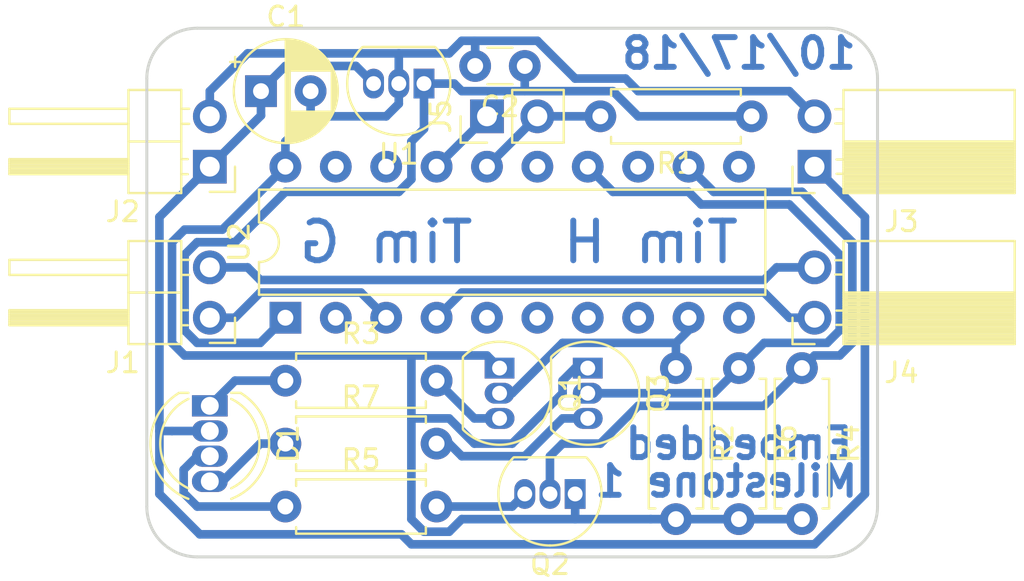
<source format=kicad_pcb>
(kicad_pcb (version 20171130) (host pcbnew 5.0.0)

  (general
    (thickness 1.6)
    (drawings 13)
    (tracks 152)
    (zones 0)
    (modules 20)
    (nets 29)
  )

  (page A4)
  (layers
    (0 F.Cu signal)
    (31 B.Cu signal)
    (32 B.Adhes user)
    (33 F.Adhes user)
    (34 B.Paste user)
    (35 F.Paste user)
    (36 B.SilkS user)
    (37 F.SilkS user)
    (38 B.Mask user)
    (39 F.Mask user)
    (40 Dwgs.User user)
    (41 Cmts.User user)
    (42 Eco1.User user)
    (43 Eco2.User user)
    (44 Edge.Cuts user)
    (45 Margin user)
    (46 B.CrtYd user)
    (47 F.CrtYd user)
    (48 B.Fab user)
    (49 F.Fab user)
  )

  (setup
    (last_trace_width 0.435)
    (trace_clearance 0.2)
    (zone_clearance 0.508)
    (zone_45_only no)
    (trace_min 0.2)
    (segment_width 0.2)
    (edge_width 0.15)
    (via_size 0.8)
    (via_drill 0.4)
    (via_min_size 0.4)
    (via_min_drill 0.3)
    (uvia_size 0.3)
    (uvia_drill 0.1)
    (uvias_allowed no)
    (uvia_min_size 0.2)
    (uvia_min_drill 0.1)
    (pcb_text_width 0.3)
    (pcb_text_size 1.5 1.5)
    (mod_edge_width 0.15)
    (mod_text_size 1 1)
    (mod_text_width 0.15)
    (pad_size 1.7 1.7)
    (pad_drill 1)
    (pad_to_mask_clearance 0.2)
    (aux_axis_origin 130.175 104.14)
    (visible_elements FFFFFF1F)
    (pcbplotparams
      (layerselection 0x01000_7fffffff)
      (usegerberextensions false)
      (usegerberattributes false)
      (usegerberadvancedattributes false)
      (creategerberjobfile false)
      (excludeedgelayer false)
      (linewidth 0.100000)
      (plotframeref false)
      (viasonmask false)
      (mode 1)
      (useauxorigin true)
      (hpglpennumber 1)
      (hpglpenspeed 20)
      (hpglpendiameter 15.000000)
      (psnegative false)
      (psa4output false)
      (plotreference true)
      (plotvalue true)
      (plotinvisibletext false)
      (padsonsilk false)
      (subtractmaskfromsilk false)
      (outputformat 1)
      (mirror false)
      (drillshape 0)
      (scaleselection 1)
      (outputdirectory ""))
  )

  (net 0 "")
  (net 1 +3V3)
  (net 2 /BLUE)
  (net 3 "Net-(Q2-Pad3)")
  (net 4 "Net-(D1-Pad3)")
  (net 5 /GREEN)
  (net 6 /RESET)
  (net 7 /RED)
  (net 8 "Net-(Q1-Pad3)")
  (net 9 "Net-(D1-Pad1)")
  (net 10 "Net-(D1-Pad4)")
  (net 11 "Net-(Q3-Pad3)")
  (net 12 GND)
  (net 13 +5V)
  (net 14 "Net-(U2-Pad11)")
  (net 15 "Net-(U2-Pad2)")
  (net 16 /RX)
  (net 17 "Net-(U2-Pad13)")
  (net 18 /TX)
  (net 19 "Net-(U2-Pad5)")
  (net 20 "Net-(U2-Pad15)")
  (net 21 "Net-(U2-Pad6)")
  (net 22 "Net-(U2-Pad7)")
  (net 23 /TEST)
  (net 24 "Net-(U2-Pad18)")
  (net 25 "Net-(U2-Pad19)")
  (net 26 "Net-(J1-Pad2)")
  (net 27 "Net-(U2-Pad8)")
  (net 28 "Net-(U2-Pad10)")

  (net_class Default "This is the default net class."
    (clearance 0.2)
    (trace_width 0.435)
    (via_dia 0.8)
    (via_drill 0.4)
    (uvia_dia 0.3)
    (uvia_drill 0.1)
    (add_net +3V3)
    (add_net +5V)
    (add_net /BLUE)
    (add_net /GREEN)
    (add_net /RED)
    (add_net /RESET)
    (add_net /RX)
    (add_net /TEST)
    (add_net /TX)
    (add_net GND)
    (add_net "Net-(D1-Pad1)")
    (add_net "Net-(D1-Pad3)")
    (add_net "Net-(D1-Pad4)")
    (add_net "Net-(J1-Pad2)")
    (add_net "Net-(Q1-Pad3)")
    (add_net "Net-(Q2-Pad3)")
    (add_net "Net-(Q3-Pad3)")
    (add_net "Net-(U2-Pad10)")
    (add_net "Net-(U2-Pad11)")
    (add_net "Net-(U2-Pad13)")
    (add_net "Net-(U2-Pad15)")
    (add_net "Net-(U2-Pad18)")
    (add_net "Net-(U2-Pad19)")
    (add_net "Net-(U2-Pad2)")
    (add_net "Net-(U2-Pad5)")
    (add_net "Net-(U2-Pad6)")
    (add_net "Net-(U2-Pad7)")
    (add_net "Net-(U2-Pad8)")
  )

  (module Package_TO_SOT_THT:TO-92_Inline (layer F.Cu) (tedit 5A1DD157) (tstamp 5BDF3FFF)
    (at 151.765 100.965 180)
    (descr "TO-92 leads in-line, narrow, oval pads, drill 0.75mm (see NXP sot054_po.pdf)")
    (tags "to-92 sc-43 sc-43a sot54 PA33 transistor")
    (path /5BC63A9F)
    (fp_text reference Q2 (at 1.27 -3.56 180) (layer F.SilkS)
      (effects (font (size 1 1) (thickness 0.15)))
    )
    (fp_text value 2N7000 (at 1.27 2.79 180) (layer F.Fab)
      (effects (font (size 1 1) (thickness 0.15)))
    )
    (fp_text user %R (at 1.27 -3.56 180) (layer F.Fab)
      (effects (font (size 1 1) (thickness 0.15)))
    )
    (fp_line (start -0.53 1.85) (end 3.07 1.85) (layer F.SilkS) (width 0.12))
    (fp_line (start -0.5 1.75) (end 3 1.75) (layer F.Fab) (width 0.1))
    (fp_line (start -1.46 -2.73) (end 4 -2.73) (layer F.CrtYd) (width 0.05))
    (fp_line (start -1.46 -2.73) (end -1.46 2.01) (layer F.CrtYd) (width 0.05))
    (fp_line (start 4 2.01) (end 4 -2.73) (layer F.CrtYd) (width 0.05))
    (fp_line (start 4 2.01) (end -1.46 2.01) (layer F.CrtYd) (width 0.05))
    (fp_arc (start 1.27 0) (end 1.27 -2.48) (angle 135) (layer F.Fab) (width 0.1))
    (fp_arc (start 1.27 0) (end 1.27 -2.6) (angle -135) (layer F.SilkS) (width 0.12))
    (fp_arc (start 1.27 0) (end 1.27 -2.48) (angle -135) (layer F.Fab) (width 0.1))
    (fp_arc (start 1.27 0) (end 1.27 -2.6) (angle 135) (layer F.SilkS) (width 0.12))
    (pad 2 thru_hole oval (at 1.27 0 180) (size 1.05 1.5) (drill 0.75) (layers *.Cu *.Mask)
      (net 5 /GREEN))
    (pad 3 thru_hole oval (at 2.54 0 180) (size 1.05 1.5) (drill 0.75) (layers *.Cu *.Mask)
      (net 3 "Net-(Q2-Pad3)"))
    (pad 1 thru_hole rect (at 0 0 180) (size 1.05 1.5) (drill 0.75) (layers *.Cu *.Mask)
      (net 12 GND))
    (model ${KISYS3DMOD}/Package_TO_SOT_THT.3dshapes/TO-92_Inline.wrl
      (at (xyz 0 0 0))
      (scale (xyz 1 1 1))
      (rotate (xyz 0 0 0))
    )
  )

  (module Package_DIP:DIP-20_W7.62mm (layer F.Cu) (tedit 5A02E8C5) (tstamp 5BD2DA44)
    (at 137.16 92.075 90)
    (descr "20-lead though-hole mounted DIP package, row spacing 7.62 mm (300 mils)")
    (tags "THT DIP DIL PDIP 2.54mm 7.62mm 300mil")
    (path /5BC61AAB)
    (fp_text reference U2 (at 3.81 -2.33 90) (layer F.SilkS)
      (effects (font (size 1 1) (thickness 0.15)))
    )
    (fp_text value MSP430G2553IN20 (at 3.81 25.19 90) (layer F.Fab)
      (effects (font (size 1 1) (thickness 0.15)))
    )
    (fp_arc (start 3.81 -1.33) (end 2.81 -1.33) (angle -180) (layer F.SilkS) (width 0.12))
    (fp_line (start 1.635 -1.27) (end 6.985 -1.27) (layer F.Fab) (width 0.1))
    (fp_line (start 6.985 -1.27) (end 6.985 24.13) (layer F.Fab) (width 0.1))
    (fp_line (start 6.985 24.13) (end 0.635 24.13) (layer F.Fab) (width 0.1))
    (fp_line (start 0.635 24.13) (end 0.635 -0.27) (layer F.Fab) (width 0.1))
    (fp_line (start 0.635 -0.27) (end 1.635 -1.27) (layer F.Fab) (width 0.1))
    (fp_line (start 2.81 -1.33) (end 1.16 -1.33) (layer F.SilkS) (width 0.12))
    (fp_line (start 1.16 -1.33) (end 1.16 24.19) (layer F.SilkS) (width 0.12))
    (fp_line (start 1.16 24.19) (end 6.46 24.19) (layer F.SilkS) (width 0.12))
    (fp_line (start 6.46 24.19) (end 6.46 -1.33) (layer F.SilkS) (width 0.12))
    (fp_line (start 6.46 -1.33) (end 4.81 -1.33) (layer F.SilkS) (width 0.12))
    (fp_line (start -1.1 -1.55) (end -1.1 24.4) (layer F.CrtYd) (width 0.05))
    (fp_line (start -1.1 24.4) (end 8.7 24.4) (layer F.CrtYd) (width 0.05))
    (fp_line (start 8.7 24.4) (end 8.7 -1.55) (layer F.CrtYd) (width 0.05))
    (fp_line (start 8.7 -1.55) (end -1.1 -1.55) (layer F.CrtYd) (width 0.05))
    (fp_text user %R (at 3.81 11.43 90) (layer F.Fab)
      (effects (font (size 1 1) (thickness 0.15)))
    )
    (pad 1 thru_hole rect (at 0 0 90) (size 1.6 1.6) (drill 0.8) (layers *.Cu *.Mask)
      (net 1 +3V3))
    (pad 11 thru_hole oval (at 7.62 22.86 90) (size 1.6 1.6) (drill 0.8) (layers *.Cu *.Mask)
      (net 14 "Net-(U2-Pad11)"))
    (pad 2 thru_hole oval (at 0 2.54 90) (size 1.6 1.6) (drill 0.8) (layers *.Cu *.Mask)
      (net 15 "Net-(U2-Pad2)"))
    (pad 12 thru_hole oval (at 7.62 20.32 90) (size 1.6 1.6) (drill 0.8) (layers *.Cu *.Mask)
      (net 5 /GREEN))
    (pad 3 thru_hole oval (at 0 5.08 90) (size 1.6 1.6) (drill 0.8) (layers *.Cu *.Mask)
      (net 16 /RX))
    (pad 13 thru_hole oval (at 7.62 17.78 90) (size 1.6 1.6) (drill 0.8) (layers *.Cu *.Mask)
      (net 17 "Net-(U2-Pad13)"))
    (pad 4 thru_hole oval (at 0 7.62 90) (size 1.6 1.6) (drill 0.8) (layers *.Cu *.Mask)
      (net 18 /TX))
    (pad 14 thru_hole oval (at 7.62 15.24 90) (size 1.6 1.6) (drill 0.8) (layers *.Cu *.Mask)
      (net 2 /BLUE))
    (pad 5 thru_hole oval (at 0 10.16 90) (size 1.6 1.6) (drill 0.8) (layers *.Cu *.Mask)
      (net 19 "Net-(U2-Pad5)"))
    (pad 15 thru_hole oval (at 7.62 12.7 90) (size 1.6 1.6) (drill 0.8) (layers *.Cu *.Mask)
      (net 20 "Net-(U2-Pad15)"))
    (pad 6 thru_hole oval (at 0 12.7 90) (size 1.6 1.6) (drill 0.8) (layers *.Cu *.Mask)
      (net 21 "Net-(U2-Pad6)"))
    (pad 16 thru_hole oval (at 7.62 10.16 90) (size 1.6 1.6) (drill 0.8) (layers *.Cu *.Mask)
      (net 6 /RESET))
    (pad 7 thru_hole oval (at 0 15.24 90) (size 1.6 1.6) (drill 0.8) (layers *.Cu *.Mask)
      (net 22 "Net-(U2-Pad7)"))
    (pad 17 thru_hole oval (at 7.62 7.62 90) (size 1.6 1.6) (drill 0.8) (layers *.Cu *.Mask)
      (net 23 /TEST))
    (pad 8 thru_hole oval (at 0 17.78 90) (size 1.6 1.6) (drill 0.8) (layers *.Cu *.Mask)
      (net 27 "Net-(U2-Pad8)"))
    (pad 18 thru_hole oval (at 7.62 5.08 90) (size 1.6 1.6) (drill 0.8) (layers *.Cu *.Mask)
      (net 24 "Net-(U2-Pad18)"))
    (pad 9 thru_hole oval (at 0 20.32 90) (size 1.6 1.6) (drill 0.8) (layers *.Cu *.Mask)
      (net 7 /RED))
    (pad 19 thru_hole oval (at 7.62 2.54 90) (size 1.6 1.6) (drill 0.8) (layers *.Cu *.Mask)
      (net 25 "Net-(U2-Pad19)"))
    (pad 10 thru_hole oval (at 0 22.86 90) (size 1.6 1.6) (drill 0.8) (layers *.Cu *.Mask)
      (net 28 "Net-(U2-Pad10)"))
    (pad 20 thru_hole oval (at 7.62 0 90) (size 1.6 1.6) (drill 0.8) (layers *.Cu *.Mask)
      (net 12 GND))
    (model ${KISYS3DMOD}/Package_DIP.3dshapes/DIP-20_W7.62mm.wrl
      (at (xyz 0 0 0))
      (scale (xyz 1 1 1))
      (rotate (xyz 0 0 0))
    )
  )

  (module Connector_PinHeader_2.54mm:PinHeader_1x02_P2.54mm_Vertical (layer F.Cu) (tedit 59FED5CC) (tstamp 5BD47FAA)
    (at 147.32 81.915 90)
    (descr "Through hole straight pin header, 1x02, 2.54mm pitch, single row")
    (tags "Through hole pin header THT 1x02 2.54mm single row")
    (path /5BC7E186)
    (fp_text reference J5 (at 0 -2.33 90) (layer F.SilkS)
      (effects (font (size 1 1) (thickness 0.15)))
    )
    (fp_text value Pgrm (at 0 4.87 90) (layer F.Fab)
      (effects (font (size 1 1) (thickness 0.15)))
    )
    (fp_line (start -0.635 -1.27) (end 1.27 -1.27) (layer F.Fab) (width 0.1))
    (fp_line (start 1.27 -1.27) (end 1.27 3.81) (layer F.Fab) (width 0.1))
    (fp_line (start 1.27 3.81) (end -1.27 3.81) (layer F.Fab) (width 0.1))
    (fp_line (start -1.27 3.81) (end -1.27 -0.635) (layer F.Fab) (width 0.1))
    (fp_line (start -1.27 -0.635) (end -0.635 -1.27) (layer F.Fab) (width 0.1))
    (fp_line (start -1.33 3.87) (end 1.33 3.87) (layer F.SilkS) (width 0.12))
    (fp_line (start -1.33 1.27) (end -1.33 3.87) (layer F.SilkS) (width 0.12))
    (fp_line (start 1.33 1.27) (end 1.33 3.87) (layer F.SilkS) (width 0.12))
    (fp_line (start -1.33 1.27) (end 1.33 1.27) (layer F.SilkS) (width 0.12))
    (fp_line (start -1.33 0) (end -1.33 -1.33) (layer F.SilkS) (width 0.12))
    (fp_line (start -1.33 -1.33) (end 0 -1.33) (layer F.SilkS) (width 0.12))
    (fp_line (start -1.8 -1.8) (end -1.8 4.35) (layer F.CrtYd) (width 0.05))
    (fp_line (start -1.8 4.35) (end 1.8 4.35) (layer F.CrtYd) (width 0.05))
    (fp_line (start 1.8 4.35) (end 1.8 -1.8) (layer F.CrtYd) (width 0.05))
    (fp_line (start 1.8 -1.8) (end -1.8 -1.8) (layer F.CrtYd) (width 0.05))
    (fp_text user %R (at 0 1.27 180) (layer F.Fab)
      (effects (font (size 1 1) (thickness 0.15)))
    )
    (pad 1 thru_hole rect (at 0 0 90) (size 1.7 1.7) (drill 1) (layers *.Cu *.Mask)
      (net 23 /TEST))
    (pad 2 thru_hole oval (at 0 2.54 90) (size 1.7 1.7) (drill 1) (layers *.Cu *.Mask)
      (net 6 /RESET))
    (model ${KISYS3DMOD}/Connector_PinHeader_2.54mm.3dshapes/PinHeader_1x02_P2.54mm_Vertical.wrl
      (at (xyz 0 0 0))
      (scale (xyz 1 1 1))
      (rotate (xyz 0 0 0))
    )
  )

  (module Connector_PinSocket_2.54mm:PinSocket_1x02_P2.54mm_Horizontal (layer F.Cu) (tedit 5A19A41B) (tstamp 5BDF5367)
    (at 163.83 84.455 180)
    (descr "Through hole angled socket strip, 1x02, 2.54mm pitch, 8.51mm socket length, single row (from Kicad 4.0.7), script generated")
    (tags "Through hole angled socket strip THT 1x02 2.54mm single row")
    (path /5BC62427)
    (fp_text reference J3 (at -4.38 -2.77 180) (layer F.SilkS)
      (effects (font (size 1 1) (thickness 0.15)))
    )
    (fp_text value Pwr_Out (at -4.38 5.31 180) (layer F.Fab)
      (effects (font (size 1 1) (thickness 0.15)))
    )
    (fp_text user %R (at -5.775 1.27 180) (layer F.Fab)
      (effects (font (size 1 1) (thickness 0.15)))
    )
    (fp_line (start 1.75 4.35) (end 1.75 -1.75) (layer F.CrtYd) (width 0.05))
    (fp_line (start -10.55 4.35) (end 1.75 4.35) (layer F.CrtYd) (width 0.05))
    (fp_line (start -10.55 -1.75) (end -10.55 4.35) (layer F.CrtYd) (width 0.05))
    (fp_line (start 1.75 -1.75) (end -10.55 -1.75) (layer F.CrtYd) (width 0.05))
    (fp_line (start 0 -1.33) (end 1.11 -1.33) (layer F.SilkS) (width 0.12))
    (fp_line (start 1.11 -1.33) (end 1.11 0) (layer F.SilkS) (width 0.12))
    (fp_line (start -10.09 -1.33) (end -10.09 3.87) (layer F.SilkS) (width 0.12))
    (fp_line (start -10.09 3.87) (end -1.46 3.87) (layer F.SilkS) (width 0.12))
    (fp_line (start -1.46 -1.33) (end -1.46 3.87) (layer F.SilkS) (width 0.12))
    (fp_line (start -10.09 -1.33) (end -1.46 -1.33) (layer F.SilkS) (width 0.12))
    (fp_line (start -10.09 1.27) (end -1.46 1.27) (layer F.SilkS) (width 0.12))
    (fp_line (start -1.46 2.9) (end -1.05 2.9) (layer F.SilkS) (width 0.12))
    (fp_line (start -1.46 2.18) (end -1.05 2.18) (layer F.SilkS) (width 0.12))
    (fp_line (start -1.46 0.36) (end -1.11 0.36) (layer F.SilkS) (width 0.12))
    (fp_line (start -1.46 -0.36) (end -1.11 -0.36) (layer F.SilkS) (width 0.12))
    (fp_line (start -10.09 1.1519) (end -1.46 1.1519) (layer F.SilkS) (width 0.12))
    (fp_line (start -10.09 1.033805) (end -1.46 1.033805) (layer F.SilkS) (width 0.12))
    (fp_line (start -10.09 0.91571) (end -1.46 0.91571) (layer F.SilkS) (width 0.12))
    (fp_line (start -10.09 0.797615) (end -1.46 0.797615) (layer F.SilkS) (width 0.12))
    (fp_line (start -10.09 0.67952) (end -1.46 0.67952) (layer F.SilkS) (width 0.12))
    (fp_line (start -10.09 0.561425) (end -1.46 0.561425) (layer F.SilkS) (width 0.12))
    (fp_line (start -10.09 0.44333) (end -1.46 0.44333) (layer F.SilkS) (width 0.12))
    (fp_line (start -10.09 0.325235) (end -1.46 0.325235) (layer F.SilkS) (width 0.12))
    (fp_line (start -10.09 0.20714) (end -1.46 0.20714) (layer F.SilkS) (width 0.12))
    (fp_line (start -10.09 0.089045) (end -1.46 0.089045) (layer F.SilkS) (width 0.12))
    (fp_line (start -10.09 -0.02905) (end -1.46 -0.02905) (layer F.SilkS) (width 0.12))
    (fp_line (start -10.09 -0.147145) (end -1.46 -0.147145) (layer F.SilkS) (width 0.12))
    (fp_line (start -10.09 -0.26524) (end -1.46 -0.26524) (layer F.SilkS) (width 0.12))
    (fp_line (start -10.09 -0.383335) (end -1.46 -0.383335) (layer F.SilkS) (width 0.12))
    (fp_line (start -10.09 -0.50143) (end -1.46 -0.50143) (layer F.SilkS) (width 0.12))
    (fp_line (start -10.09 -0.619525) (end -1.46 -0.619525) (layer F.SilkS) (width 0.12))
    (fp_line (start -10.09 -0.73762) (end -1.46 -0.73762) (layer F.SilkS) (width 0.12))
    (fp_line (start -10.09 -0.855715) (end -1.46 -0.855715) (layer F.SilkS) (width 0.12))
    (fp_line (start -10.09 -0.97381) (end -1.46 -0.97381) (layer F.SilkS) (width 0.12))
    (fp_line (start -10.09 -1.091905) (end -1.46 -1.091905) (layer F.SilkS) (width 0.12))
    (fp_line (start -10.09 -1.21) (end -1.46 -1.21) (layer F.SilkS) (width 0.12))
    (fp_line (start 0 2.84) (end 0 2.24) (layer F.Fab) (width 0.1))
    (fp_line (start -1.52 2.84) (end 0 2.84) (layer F.Fab) (width 0.1))
    (fp_line (start 0 2.24) (end -1.52 2.24) (layer F.Fab) (width 0.1))
    (fp_line (start 0 0.3) (end 0 -0.3) (layer F.Fab) (width 0.1))
    (fp_line (start -1.52 0.3) (end 0 0.3) (layer F.Fab) (width 0.1))
    (fp_line (start 0 -0.3) (end -1.52 -0.3) (layer F.Fab) (width 0.1))
    (fp_line (start -10.03 3.81) (end -10.03 -1.27) (layer F.Fab) (width 0.1))
    (fp_line (start -1.52 3.81) (end -10.03 3.81) (layer F.Fab) (width 0.1))
    (fp_line (start -1.52 -0.3) (end -1.52 3.81) (layer F.Fab) (width 0.1))
    (fp_line (start -2.49 -1.27) (end -1.52 -0.3) (layer F.Fab) (width 0.1))
    (fp_line (start -10.03 -1.27) (end -2.49 -1.27) (layer F.Fab) (width 0.1))
    (pad 2 thru_hole oval (at 0 2.54 180) (size 1.7 1.7) (drill 1) (layers *.Cu *.Mask)
      (net 12 GND))
    (pad 1 thru_hole rect (at 0 0 180) (size 1.7 1.7) (drill 1) (layers *.Cu *.Mask)
      (net 13 +5V))
    (model ${KISYS3DMOD}/Connector_PinSocket_2.54mm.3dshapes/PinSocket_1x02_P2.54mm_Horizontal.wrl
      (at (xyz 0 0 0))
      (scale (xyz 1 1 1))
      (rotate (xyz 0 0 0))
    )
  )

  (module Resistor_THT:R_Axial_DIN0207_L6.3mm_D2.5mm_P7.62mm_Horizontal (layer F.Cu) (tedit 5AE5139B) (tstamp 5BDF1FA0)
    (at 163.195 94.615 270)
    (descr "Resistor, Axial_DIN0207 series, Axial, Horizontal, pin pitch=7.62mm, 0.25W = 1/4W, length*diameter=6.3*2.5mm^2, http://cdn-reichelt.de/documents/datenblatt/B400/1_4W%23YAG.pdf")
    (tags "Resistor Axial_DIN0207 series Axial Horizontal pin pitch 7.62mm 0.25W = 1/4W length 6.3mm diameter 2.5mm")
    (path /5BC63AA6)
    (fp_text reference R4 (at 3.81 -2.37 270) (layer F.SilkS)
      (effects (font (size 1 1) (thickness 0.15)))
    )
    (fp_text value 1M (at 3.81 2.37 270) (layer F.Fab)
      (effects (font (size 1 1) (thickness 0.15)))
    )
    (fp_text user %R (at 3.81 0 270) (layer F.Fab)
      (effects (font (size 1 1) (thickness 0.15)))
    )
    (fp_line (start 8.67 -1.5) (end -1.05 -1.5) (layer F.CrtYd) (width 0.05))
    (fp_line (start 8.67 1.5) (end 8.67 -1.5) (layer F.CrtYd) (width 0.05))
    (fp_line (start -1.05 1.5) (end 8.67 1.5) (layer F.CrtYd) (width 0.05))
    (fp_line (start -1.05 -1.5) (end -1.05 1.5) (layer F.CrtYd) (width 0.05))
    (fp_line (start 7.08 1.37) (end 7.08 1.04) (layer F.SilkS) (width 0.12))
    (fp_line (start 0.54 1.37) (end 7.08 1.37) (layer F.SilkS) (width 0.12))
    (fp_line (start 0.54 1.04) (end 0.54 1.37) (layer F.SilkS) (width 0.12))
    (fp_line (start 7.08 -1.37) (end 7.08 -1.04) (layer F.SilkS) (width 0.12))
    (fp_line (start 0.54 -1.37) (end 7.08 -1.37) (layer F.SilkS) (width 0.12))
    (fp_line (start 0.54 -1.04) (end 0.54 -1.37) (layer F.SilkS) (width 0.12))
    (fp_line (start 7.62 0) (end 6.96 0) (layer F.Fab) (width 0.1))
    (fp_line (start 0 0) (end 0.66 0) (layer F.Fab) (width 0.1))
    (fp_line (start 6.96 -1.25) (end 0.66 -1.25) (layer F.Fab) (width 0.1))
    (fp_line (start 6.96 1.25) (end 6.96 -1.25) (layer F.Fab) (width 0.1))
    (fp_line (start 0.66 1.25) (end 6.96 1.25) (layer F.Fab) (width 0.1))
    (fp_line (start 0.66 -1.25) (end 0.66 1.25) (layer F.Fab) (width 0.1))
    (pad 2 thru_hole oval (at 7.62 0 270) (size 1.6 1.6) (drill 0.8) (layers *.Cu *.Mask)
      (net 12 GND))
    (pad 1 thru_hole circle (at 0 0 270) (size 1.6 1.6) (drill 0.8) (layers *.Cu *.Mask)
      (net 5 /GREEN))
    (model ${KISYS3DMOD}/Resistor_THT.3dshapes/R_Axial_DIN0207_L6.3mm_D2.5mm_P7.62mm_Horizontal.wrl
      (at (xyz 0 0 0))
      (scale (xyz 1 1 1))
      (rotate (xyz 0 0 0))
    )
  )

  (module Capacitor_THT:CP_Radial_D5.0mm_P2.50mm (layer F.Cu) (tedit 5AE50EF0) (tstamp 5BD2DC0C)
    (at 135.93 80.645)
    (descr "CP, Radial series, Radial, pin pitch=2.50mm, , diameter=5mm, Electrolytic Capacitor")
    (tags "CP Radial series Radial pin pitch 2.50mm  diameter 5mm Electrolytic Capacitor")
    (path /5BC62704)
    (fp_text reference C1 (at 1.25 -3.75) (layer F.SilkS)
      (effects (font (size 1 1) (thickness 0.15)))
    )
    (fp_text value 22uF (at 1.25 3.75) (layer F.Fab)
      (effects (font (size 1 1) (thickness 0.15)))
    )
    (fp_circle (center 1.25 0) (end 3.75 0) (layer F.Fab) (width 0.1))
    (fp_circle (center 1.25 0) (end 3.87 0) (layer F.SilkS) (width 0.12))
    (fp_circle (center 1.25 0) (end 4 0) (layer F.CrtYd) (width 0.05))
    (fp_line (start -0.883605 -1.0875) (end -0.383605 -1.0875) (layer F.Fab) (width 0.1))
    (fp_line (start -0.633605 -1.3375) (end -0.633605 -0.8375) (layer F.Fab) (width 0.1))
    (fp_line (start 1.25 -2.58) (end 1.25 2.58) (layer F.SilkS) (width 0.12))
    (fp_line (start 1.29 -2.58) (end 1.29 2.58) (layer F.SilkS) (width 0.12))
    (fp_line (start 1.33 -2.579) (end 1.33 2.579) (layer F.SilkS) (width 0.12))
    (fp_line (start 1.37 -2.578) (end 1.37 2.578) (layer F.SilkS) (width 0.12))
    (fp_line (start 1.41 -2.576) (end 1.41 2.576) (layer F.SilkS) (width 0.12))
    (fp_line (start 1.45 -2.573) (end 1.45 2.573) (layer F.SilkS) (width 0.12))
    (fp_line (start 1.49 -2.569) (end 1.49 -1.04) (layer F.SilkS) (width 0.12))
    (fp_line (start 1.49 1.04) (end 1.49 2.569) (layer F.SilkS) (width 0.12))
    (fp_line (start 1.53 -2.565) (end 1.53 -1.04) (layer F.SilkS) (width 0.12))
    (fp_line (start 1.53 1.04) (end 1.53 2.565) (layer F.SilkS) (width 0.12))
    (fp_line (start 1.57 -2.561) (end 1.57 -1.04) (layer F.SilkS) (width 0.12))
    (fp_line (start 1.57 1.04) (end 1.57 2.561) (layer F.SilkS) (width 0.12))
    (fp_line (start 1.61 -2.556) (end 1.61 -1.04) (layer F.SilkS) (width 0.12))
    (fp_line (start 1.61 1.04) (end 1.61 2.556) (layer F.SilkS) (width 0.12))
    (fp_line (start 1.65 -2.55) (end 1.65 -1.04) (layer F.SilkS) (width 0.12))
    (fp_line (start 1.65 1.04) (end 1.65 2.55) (layer F.SilkS) (width 0.12))
    (fp_line (start 1.69 -2.543) (end 1.69 -1.04) (layer F.SilkS) (width 0.12))
    (fp_line (start 1.69 1.04) (end 1.69 2.543) (layer F.SilkS) (width 0.12))
    (fp_line (start 1.73 -2.536) (end 1.73 -1.04) (layer F.SilkS) (width 0.12))
    (fp_line (start 1.73 1.04) (end 1.73 2.536) (layer F.SilkS) (width 0.12))
    (fp_line (start 1.77 -2.528) (end 1.77 -1.04) (layer F.SilkS) (width 0.12))
    (fp_line (start 1.77 1.04) (end 1.77 2.528) (layer F.SilkS) (width 0.12))
    (fp_line (start 1.81 -2.52) (end 1.81 -1.04) (layer F.SilkS) (width 0.12))
    (fp_line (start 1.81 1.04) (end 1.81 2.52) (layer F.SilkS) (width 0.12))
    (fp_line (start 1.85 -2.511) (end 1.85 -1.04) (layer F.SilkS) (width 0.12))
    (fp_line (start 1.85 1.04) (end 1.85 2.511) (layer F.SilkS) (width 0.12))
    (fp_line (start 1.89 -2.501) (end 1.89 -1.04) (layer F.SilkS) (width 0.12))
    (fp_line (start 1.89 1.04) (end 1.89 2.501) (layer F.SilkS) (width 0.12))
    (fp_line (start 1.93 -2.491) (end 1.93 -1.04) (layer F.SilkS) (width 0.12))
    (fp_line (start 1.93 1.04) (end 1.93 2.491) (layer F.SilkS) (width 0.12))
    (fp_line (start 1.971 -2.48) (end 1.971 -1.04) (layer F.SilkS) (width 0.12))
    (fp_line (start 1.971 1.04) (end 1.971 2.48) (layer F.SilkS) (width 0.12))
    (fp_line (start 2.011 -2.468) (end 2.011 -1.04) (layer F.SilkS) (width 0.12))
    (fp_line (start 2.011 1.04) (end 2.011 2.468) (layer F.SilkS) (width 0.12))
    (fp_line (start 2.051 -2.455) (end 2.051 -1.04) (layer F.SilkS) (width 0.12))
    (fp_line (start 2.051 1.04) (end 2.051 2.455) (layer F.SilkS) (width 0.12))
    (fp_line (start 2.091 -2.442) (end 2.091 -1.04) (layer F.SilkS) (width 0.12))
    (fp_line (start 2.091 1.04) (end 2.091 2.442) (layer F.SilkS) (width 0.12))
    (fp_line (start 2.131 -2.428) (end 2.131 -1.04) (layer F.SilkS) (width 0.12))
    (fp_line (start 2.131 1.04) (end 2.131 2.428) (layer F.SilkS) (width 0.12))
    (fp_line (start 2.171 -2.414) (end 2.171 -1.04) (layer F.SilkS) (width 0.12))
    (fp_line (start 2.171 1.04) (end 2.171 2.414) (layer F.SilkS) (width 0.12))
    (fp_line (start 2.211 -2.398) (end 2.211 -1.04) (layer F.SilkS) (width 0.12))
    (fp_line (start 2.211 1.04) (end 2.211 2.398) (layer F.SilkS) (width 0.12))
    (fp_line (start 2.251 -2.382) (end 2.251 -1.04) (layer F.SilkS) (width 0.12))
    (fp_line (start 2.251 1.04) (end 2.251 2.382) (layer F.SilkS) (width 0.12))
    (fp_line (start 2.291 -2.365) (end 2.291 -1.04) (layer F.SilkS) (width 0.12))
    (fp_line (start 2.291 1.04) (end 2.291 2.365) (layer F.SilkS) (width 0.12))
    (fp_line (start 2.331 -2.348) (end 2.331 -1.04) (layer F.SilkS) (width 0.12))
    (fp_line (start 2.331 1.04) (end 2.331 2.348) (layer F.SilkS) (width 0.12))
    (fp_line (start 2.371 -2.329) (end 2.371 -1.04) (layer F.SilkS) (width 0.12))
    (fp_line (start 2.371 1.04) (end 2.371 2.329) (layer F.SilkS) (width 0.12))
    (fp_line (start 2.411 -2.31) (end 2.411 -1.04) (layer F.SilkS) (width 0.12))
    (fp_line (start 2.411 1.04) (end 2.411 2.31) (layer F.SilkS) (width 0.12))
    (fp_line (start 2.451 -2.29) (end 2.451 -1.04) (layer F.SilkS) (width 0.12))
    (fp_line (start 2.451 1.04) (end 2.451 2.29) (layer F.SilkS) (width 0.12))
    (fp_line (start 2.491 -2.268) (end 2.491 -1.04) (layer F.SilkS) (width 0.12))
    (fp_line (start 2.491 1.04) (end 2.491 2.268) (layer F.SilkS) (width 0.12))
    (fp_line (start 2.531 -2.247) (end 2.531 -1.04) (layer F.SilkS) (width 0.12))
    (fp_line (start 2.531 1.04) (end 2.531 2.247) (layer F.SilkS) (width 0.12))
    (fp_line (start 2.571 -2.224) (end 2.571 -1.04) (layer F.SilkS) (width 0.12))
    (fp_line (start 2.571 1.04) (end 2.571 2.224) (layer F.SilkS) (width 0.12))
    (fp_line (start 2.611 -2.2) (end 2.611 -1.04) (layer F.SilkS) (width 0.12))
    (fp_line (start 2.611 1.04) (end 2.611 2.2) (layer F.SilkS) (width 0.12))
    (fp_line (start 2.651 -2.175) (end 2.651 -1.04) (layer F.SilkS) (width 0.12))
    (fp_line (start 2.651 1.04) (end 2.651 2.175) (layer F.SilkS) (width 0.12))
    (fp_line (start 2.691 -2.149) (end 2.691 -1.04) (layer F.SilkS) (width 0.12))
    (fp_line (start 2.691 1.04) (end 2.691 2.149) (layer F.SilkS) (width 0.12))
    (fp_line (start 2.731 -2.122) (end 2.731 -1.04) (layer F.SilkS) (width 0.12))
    (fp_line (start 2.731 1.04) (end 2.731 2.122) (layer F.SilkS) (width 0.12))
    (fp_line (start 2.771 -2.095) (end 2.771 -1.04) (layer F.SilkS) (width 0.12))
    (fp_line (start 2.771 1.04) (end 2.771 2.095) (layer F.SilkS) (width 0.12))
    (fp_line (start 2.811 -2.065) (end 2.811 -1.04) (layer F.SilkS) (width 0.12))
    (fp_line (start 2.811 1.04) (end 2.811 2.065) (layer F.SilkS) (width 0.12))
    (fp_line (start 2.851 -2.035) (end 2.851 -1.04) (layer F.SilkS) (width 0.12))
    (fp_line (start 2.851 1.04) (end 2.851 2.035) (layer F.SilkS) (width 0.12))
    (fp_line (start 2.891 -2.004) (end 2.891 -1.04) (layer F.SilkS) (width 0.12))
    (fp_line (start 2.891 1.04) (end 2.891 2.004) (layer F.SilkS) (width 0.12))
    (fp_line (start 2.931 -1.971) (end 2.931 -1.04) (layer F.SilkS) (width 0.12))
    (fp_line (start 2.931 1.04) (end 2.931 1.971) (layer F.SilkS) (width 0.12))
    (fp_line (start 2.971 -1.937) (end 2.971 -1.04) (layer F.SilkS) (width 0.12))
    (fp_line (start 2.971 1.04) (end 2.971 1.937) (layer F.SilkS) (width 0.12))
    (fp_line (start 3.011 -1.901) (end 3.011 -1.04) (layer F.SilkS) (width 0.12))
    (fp_line (start 3.011 1.04) (end 3.011 1.901) (layer F.SilkS) (width 0.12))
    (fp_line (start 3.051 -1.864) (end 3.051 -1.04) (layer F.SilkS) (width 0.12))
    (fp_line (start 3.051 1.04) (end 3.051 1.864) (layer F.SilkS) (width 0.12))
    (fp_line (start 3.091 -1.826) (end 3.091 -1.04) (layer F.SilkS) (width 0.12))
    (fp_line (start 3.091 1.04) (end 3.091 1.826) (layer F.SilkS) (width 0.12))
    (fp_line (start 3.131 -1.785) (end 3.131 -1.04) (layer F.SilkS) (width 0.12))
    (fp_line (start 3.131 1.04) (end 3.131 1.785) (layer F.SilkS) (width 0.12))
    (fp_line (start 3.171 -1.743) (end 3.171 -1.04) (layer F.SilkS) (width 0.12))
    (fp_line (start 3.171 1.04) (end 3.171 1.743) (layer F.SilkS) (width 0.12))
    (fp_line (start 3.211 -1.699) (end 3.211 -1.04) (layer F.SilkS) (width 0.12))
    (fp_line (start 3.211 1.04) (end 3.211 1.699) (layer F.SilkS) (width 0.12))
    (fp_line (start 3.251 -1.653) (end 3.251 -1.04) (layer F.SilkS) (width 0.12))
    (fp_line (start 3.251 1.04) (end 3.251 1.653) (layer F.SilkS) (width 0.12))
    (fp_line (start 3.291 -1.605) (end 3.291 -1.04) (layer F.SilkS) (width 0.12))
    (fp_line (start 3.291 1.04) (end 3.291 1.605) (layer F.SilkS) (width 0.12))
    (fp_line (start 3.331 -1.554) (end 3.331 -1.04) (layer F.SilkS) (width 0.12))
    (fp_line (start 3.331 1.04) (end 3.331 1.554) (layer F.SilkS) (width 0.12))
    (fp_line (start 3.371 -1.5) (end 3.371 -1.04) (layer F.SilkS) (width 0.12))
    (fp_line (start 3.371 1.04) (end 3.371 1.5) (layer F.SilkS) (width 0.12))
    (fp_line (start 3.411 -1.443) (end 3.411 -1.04) (layer F.SilkS) (width 0.12))
    (fp_line (start 3.411 1.04) (end 3.411 1.443) (layer F.SilkS) (width 0.12))
    (fp_line (start 3.451 -1.383) (end 3.451 -1.04) (layer F.SilkS) (width 0.12))
    (fp_line (start 3.451 1.04) (end 3.451 1.383) (layer F.SilkS) (width 0.12))
    (fp_line (start 3.491 -1.319) (end 3.491 -1.04) (layer F.SilkS) (width 0.12))
    (fp_line (start 3.491 1.04) (end 3.491 1.319) (layer F.SilkS) (width 0.12))
    (fp_line (start 3.531 -1.251) (end 3.531 -1.04) (layer F.SilkS) (width 0.12))
    (fp_line (start 3.531 1.04) (end 3.531 1.251) (layer F.SilkS) (width 0.12))
    (fp_line (start 3.571 -1.178) (end 3.571 1.178) (layer F.SilkS) (width 0.12))
    (fp_line (start 3.611 -1.098) (end 3.611 1.098) (layer F.SilkS) (width 0.12))
    (fp_line (start 3.651 -1.011) (end 3.651 1.011) (layer F.SilkS) (width 0.12))
    (fp_line (start 3.691 -0.915) (end 3.691 0.915) (layer F.SilkS) (width 0.12))
    (fp_line (start 3.731 -0.805) (end 3.731 0.805) (layer F.SilkS) (width 0.12))
    (fp_line (start 3.771 -0.677) (end 3.771 0.677) (layer F.SilkS) (width 0.12))
    (fp_line (start 3.811 -0.518) (end 3.811 0.518) (layer F.SilkS) (width 0.12))
    (fp_line (start 3.851 -0.284) (end 3.851 0.284) (layer F.SilkS) (width 0.12))
    (fp_line (start -1.554775 -1.475) (end -1.054775 -1.475) (layer F.SilkS) (width 0.12))
    (fp_line (start -1.304775 -1.725) (end -1.304775 -1.225) (layer F.SilkS) (width 0.12))
    (fp_text user %R (at 1.25 0) (layer F.Fab)
      (effects (font (size 1 1) (thickness 0.15)))
    )
    (pad 1 thru_hole rect (at 0 0) (size 1.6 1.6) (drill 0.8) (layers *.Cu *.Mask)
      (net 13 +5V))
    (pad 2 thru_hole circle (at 2.5 0) (size 1.6 1.6) (drill 0.8) (layers *.Cu *.Mask)
      (net 12 GND))
    (model ${KISYS3DMOD}/Capacitor_THT.3dshapes/CP_Radial_D5.0mm_P2.50mm.wrl
      (at (xyz 0 0 0))
      (scale (xyz 1 1 1))
      (rotate (xyz 0 0 0))
    )
  )

  (module Capacitor_THT:C_Disc_D3.0mm_W1.6mm_P2.50mm (layer F.Cu) (tedit 5AE50EF0) (tstamp 5BD3A7D3)
    (at 149.225 79.375 180)
    (descr "C, Disc series, Radial, pin pitch=2.50mm, , diameter*width=3.0*1.6mm^2, Capacitor, http://www.vishay.com/docs/45233/krseries.pdf")
    (tags "C Disc series Radial pin pitch 2.50mm  diameter 3.0mm width 1.6mm Capacitor")
    (path /5BC627AD)
    (fp_text reference C2 (at 1.25 -2.05 180) (layer F.SilkS)
      (effects (font (size 1 1) (thickness 0.15)))
    )
    (fp_text value 0.1uF (at 1.25 2.05 180) (layer F.Fab)
      (effects (font (size 1 1) (thickness 0.15)))
    )
    (fp_line (start -0.25 -0.8) (end -0.25 0.8) (layer F.Fab) (width 0.1))
    (fp_line (start -0.25 0.8) (end 2.75 0.8) (layer F.Fab) (width 0.1))
    (fp_line (start 2.75 0.8) (end 2.75 -0.8) (layer F.Fab) (width 0.1))
    (fp_line (start 2.75 -0.8) (end -0.25 -0.8) (layer F.Fab) (width 0.1))
    (fp_line (start 0.621 -0.92) (end 1.879 -0.92) (layer F.SilkS) (width 0.12))
    (fp_line (start 0.621 0.92) (end 1.879 0.92) (layer F.SilkS) (width 0.12))
    (fp_line (start -1.05 -1.05) (end -1.05 1.05) (layer F.CrtYd) (width 0.05))
    (fp_line (start -1.05 1.05) (end 3.55 1.05) (layer F.CrtYd) (width 0.05))
    (fp_line (start 3.55 1.05) (end 3.55 -1.05) (layer F.CrtYd) (width 0.05))
    (fp_line (start 3.55 -1.05) (end -1.05 -1.05) (layer F.CrtYd) (width 0.05))
    (fp_text user %R (at 1.25 0 180) (layer F.Fab)
      (effects (font (size 0.6 0.6) (thickness 0.09)))
    )
    (pad 1 thru_hole circle (at 0 0 180) (size 1.6 1.6) (drill 0.8) (layers *.Cu *.Mask)
      (net 1 +3V3))
    (pad 2 thru_hole circle (at 2.5 0 180) (size 1.6 1.6) (drill 0.8) (layers *.Cu *.Mask)
      (net 12 GND))
    (model ${KISYS3DMOD}/Capacitor_THT.3dshapes/C_Disc_D3.0mm_W1.6mm_P2.50mm.wrl
      (at (xyz 0 0 0))
      (scale (xyz 1 1 1))
      (rotate (xyz 0 0 0))
    )
  )

  (module Connector_PinHeader_2.54mm:PinHeader_1x02_P2.54mm_Horizontal (layer F.Cu) (tedit 5BC63377) (tstamp 5BD2DF69)
    (at 133.35 92.075 180)
    (descr "Through hole angled pin header, 1x02, 2.54mm pitch, 6mm pin length, single row")
    (tags "Through hole angled pin header THT 1x02 2.54mm single row")
    (path /5BC622DE)
    (fp_text reference J1 (at 4.385 -2.27 180) (layer F.SilkS)
      (effects (font (size 1 1) (thickness 0.15)))
    )
    (fp_text value UART_In (at 4.385 4.81 180) (layer F.Fab)
      (effects (font (size 1 1) (thickness 0.15)))
    )
    (fp_line (start 2.135 -1.27) (end 4.04 -1.27) (layer F.Fab) (width 0.1))
    (fp_line (start 4.04 -1.27) (end 4.04 3.81) (layer F.Fab) (width 0.1))
    (fp_line (start 4.04 3.81) (end 1.5 3.81) (layer F.Fab) (width 0.1))
    (fp_line (start 1.5 3.81) (end 1.5 -0.635) (layer F.Fab) (width 0.1))
    (fp_line (start 1.5 -0.635) (end 2.135 -1.27) (layer F.Fab) (width 0.1))
    (fp_line (start -0.32 -0.32) (end 1.5 -0.32) (layer F.Fab) (width 0.1))
    (fp_line (start -0.32 -0.32) (end -0.32 0.32) (layer F.Fab) (width 0.1))
    (fp_line (start -0.32 0.32) (end 1.5 0.32) (layer F.Fab) (width 0.1))
    (fp_line (start 4.04 -0.32) (end 10.04 -0.32) (layer F.Fab) (width 0.1))
    (fp_line (start 10.04 -0.32) (end 10.04 0.32) (layer F.Fab) (width 0.1))
    (fp_line (start 4.04 0.32) (end 10.04 0.32) (layer F.Fab) (width 0.1))
    (fp_line (start -0.32 2.22) (end 1.5 2.22) (layer F.Fab) (width 0.1))
    (fp_line (start -0.32 2.22) (end -0.32 2.86) (layer F.Fab) (width 0.1))
    (fp_line (start -0.32 2.86) (end 1.5 2.86) (layer F.Fab) (width 0.1))
    (fp_line (start 4.04 2.22) (end 10.04 2.22) (layer F.Fab) (width 0.1))
    (fp_line (start 10.04 2.22) (end 10.04 2.86) (layer F.Fab) (width 0.1))
    (fp_line (start 4.04 2.86) (end 10.04 2.86) (layer F.Fab) (width 0.1))
    (fp_line (start 1.44 -1.33) (end 1.44 3.87) (layer F.SilkS) (width 0.12))
    (fp_line (start 1.44 3.87) (end 4.1 3.87) (layer F.SilkS) (width 0.12))
    (fp_line (start 4.1 3.87) (end 4.1 -1.33) (layer F.SilkS) (width 0.12))
    (fp_line (start 4.1 -1.33) (end 1.44 -1.33) (layer F.SilkS) (width 0.12))
    (fp_line (start 4.1 -0.38) (end 10.1 -0.38) (layer F.SilkS) (width 0.12))
    (fp_line (start 10.1 -0.38) (end 10.1 0.38) (layer F.SilkS) (width 0.12))
    (fp_line (start 10.1 0.38) (end 4.1 0.38) (layer F.SilkS) (width 0.12))
    (fp_line (start 4.1 -0.32) (end 10.1 -0.32) (layer F.SilkS) (width 0.12))
    (fp_line (start 4.1 -0.2) (end 10.1 -0.2) (layer F.SilkS) (width 0.12))
    (fp_line (start 4.1 -0.08) (end 10.1 -0.08) (layer F.SilkS) (width 0.12))
    (fp_line (start 4.1 0.04) (end 10.1 0.04) (layer F.SilkS) (width 0.12))
    (fp_line (start 4.1 0.16) (end 10.1 0.16) (layer F.SilkS) (width 0.12))
    (fp_line (start 4.1 0.28) (end 10.1 0.28) (layer F.SilkS) (width 0.12))
    (fp_line (start 1.11 -0.38) (end 1.44 -0.38) (layer F.SilkS) (width 0.12))
    (fp_line (start 1.11 0.38) (end 1.44 0.38) (layer F.SilkS) (width 0.12))
    (fp_line (start 1.44 1.27) (end 4.1 1.27) (layer F.SilkS) (width 0.12))
    (fp_line (start 4.1 2.16) (end 10.1 2.16) (layer F.SilkS) (width 0.12))
    (fp_line (start 10.1 2.16) (end 10.1 2.92) (layer F.SilkS) (width 0.12))
    (fp_line (start 10.1 2.92) (end 4.1 2.92) (layer F.SilkS) (width 0.12))
    (fp_line (start 1.042929 2.16) (end 1.44 2.16) (layer F.SilkS) (width 0.12))
    (fp_line (start 1.042929 2.92) (end 1.44 2.92) (layer F.SilkS) (width 0.12))
    (fp_line (start -1.27 0) (end -1.27 -1.27) (layer F.SilkS) (width 0.12))
    (fp_line (start -1.27 -1.27) (end 0 -1.27) (layer F.SilkS) (width 0.12))
    (fp_line (start -1.8 -1.8) (end -1.8 4.35) (layer F.CrtYd) (width 0.05))
    (fp_line (start -1.8 4.35) (end 10.55 4.35) (layer F.CrtYd) (width 0.05))
    (fp_line (start 10.55 4.35) (end 10.55 -1.8) (layer F.CrtYd) (width 0.05))
    (fp_line (start 10.55 -1.8) (end -1.8 -1.8) (layer F.CrtYd) (width 0.05))
    (fp_text user %R (at 2.77 1.27 270) (layer F.Fab)
      (effects (font (size 1 1) (thickness 0.15)))
    )
    (pad 1 thru_hole circle (at 0 0 180) (size 1.7 1.7) (drill 1) (layers *.Cu *.Mask)
      (net 16 /RX))
    (pad 2 thru_hole oval (at 0 2.54 180) (size 1.7 1.7) (drill 1) (layers *.Cu *.Mask)
      (net 26 "Net-(J1-Pad2)"))
    (model ${KISYS3DMOD}/Connector_PinHeader_2.54mm.3dshapes/PinHeader_1x02_P2.54mm_Horizontal.wrl
      (at (xyz 0 0 0))
      (scale (xyz 1 1 1))
      (rotate (xyz 0 0 0))
    )
  )

  (module Connector_PinHeader_2.54mm:PinHeader_1x02_P2.54mm_Horizontal (layer F.Cu) (tedit 59FED5CB) (tstamp 5BDF212F)
    (at 133.35 84.455 180)
    (descr "Through hole angled pin header, 1x02, 2.54mm pitch, 6mm pin length, single row")
    (tags "Through hole angled pin header THT 1x02 2.54mm single row")
    (path /5BC62224)
    (fp_text reference J2 (at 4.385 -2.27 180) (layer F.SilkS)
      (effects (font (size 1 1) (thickness 0.15)))
    )
    (fp_text value Pwr_In (at 4.385 4.81 180) (layer F.Fab)
      (effects (font (size 1 1) (thickness 0.15)))
    )
    (fp_text user %R (at 2.77 1.27 270) (layer F.Fab)
      (effects (font (size 1 1) (thickness 0.15)))
    )
    (fp_line (start 10.55 -1.8) (end -1.8 -1.8) (layer F.CrtYd) (width 0.05))
    (fp_line (start 10.55 4.35) (end 10.55 -1.8) (layer F.CrtYd) (width 0.05))
    (fp_line (start -1.8 4.35) (end 10.55 4.35) (layer F.CrtYd) (width 0.05))
    (fp_line (start -1.8 -1.8) (end -1.8 4.35) (layer F.CrtYd) (width 0.05))
    (fp_line (start -1.27 -1.27) (end 0 -1.27) (layer F.SilkS) (width 0.12))
    (fp_line (start -1.27 0) (end -1.27 -1.27) (layer F.SilkS) (width 0.12))
    (fp_line (start 1.042929 2.92) (end 1.44 2.92) (layer F.SilkS) (width 0.12))
    (fp_line (start 1.042929 2.16) (end 1.44 2.16) (layer F.SilkS) (width 0.12))
    (fp_line (start 10.1 2.92) (end 4.1 2.92) (layer F.SilkS) (width 0.12))
    (fp_line (start 10.1 2.16) (end 10.1 2.92) (layer F.SilkS) (width 0.12))
    (fp_line (start 4.1 2.16) (end 10.1 2.16) (layer F.SilkS) (width 0.12))
    (fp_line (start 1.44 1.27) (end 4.1 1.27) (layer F.SilkS) (width 0.12))
    (fp_line (start 1.11 0.38) (end 1.44 0.38) (layer F.SilkS) (width 0.12))
    (fp_line (start 1.11 -0.38) (end 1.44 -0.38) (layer F.SilkS) (width 0.12))
    (fp_line (start 4.1 0.28) (end 10.1 0.28) (layer F.SilkS) (width 0.12))
    (fp_line (start 4.1 0.16) (end 10.1 0.16) (layer F.SilkS) (width 0.12))
    (fp_line (start 4.1 0.04) (end 10.1 0.04) (layer F.SilkS) (width 0.12))
    (fp_line (start 4.1 -0.08) (end 10.1 -0.08) (layer F.SilkS) (width 0.12))
    (fp_line (start 4.1 -0.2) (end 10.1 -0.2) (layer F.SilkS) (width 0.12))
    (fp_line (start 4.1 -0.32) (end 10.1 -0.32) (layer F.SilkS) (width 0.12))
    (fp_line (start 10.1 0.38) (end 4.1 0.38) (layer F.SilkS) (width 0.12))
    (fp_line (start 10.1 -0.38) (end 10.1 0.38) (layer F.SilkS) (width 0.12))
    (fp_line (start 4.1 -0.38) (end 10.1 -0.38) (layer F.SilkS) (width 0.12))
    (fp_line (start 4.1 -1.33) (end 1.44 -1.33) (layer F.SilkS) (width 0.12))
    (fp_line (start 4.1 3.87) (end 4.1 -1.33) (layer F.SilkS) (width 0.12))
    (fp_line (start 1.44 3.87) (end 4.1 3.87) (layer F.SilkS) (width 0.12))
    (fp_line (start 1.44 -1.33) (end 1.44 3.87) (layer F.SilkS) (width 0.12))
    (fp_line (start 4.04 2.86) (end 10.04 2.86) (layer F.Fab) (width 0.1))
    (fp_line (start 10.04 2.22) (end 10.04 2.86) (layer F.Fab) (width 0.1))
    (fp_line (start 4.04 2.22) (end 10.04 2.22) (layer F.Fab) (width 0.1))
    (fp_line (start -0.32 2.86) (end 1.5 2.86) (layer F.Fab) (width 0.1))
    (fp_line (start -0.32 2.22) (end -0.32 2.86) (layer F.Fab) (width 0.1))
    (fp_line (start -0.32 2.22) (end 1.5 2.22) (layer F.Fab) (width 0.1))
    (fp_line (start 4.04 0.32) (end 10.04 0.32) (layer F.Fab) (width 0.1))
    (fp_line (start 10.04 -0.32) (end 10.04 0.32) (layer F.Fab) (width 0.1))
    (fp_line (start 4.04 -0.32) (end 10.04 -0.32) (layer F.Fab) (width 0.1))
    (fp_line (start -0.32 0.32) (end 1.5 0.32) (layer F.Fab) (width 0.1))
    (fp_line (start -0.32 -0.32) (end -0.32 0.32) (layer F.Fab) (width 0.1))
    (fp_line (start -0.32 -0.32) (end 1.5 -0.32) (layer F.Fab) (width 0.1))
    (fp_line (start 1.5 -0.635) (end 2.135 -1.27) (layer F.Fab) (width 0.1))
    (fp_line (start 1.5 3.81) (end 1.5 -0.635) (layer F.Fab) (width 0.1))
    (fp_line (start 4.04 3.81) (end 1.5 3.81) (layer F.Fab) (width 0.1))
    (fp_line (start 4.04 -1.27) (end 4.04 3.81) (layer F.Fab) (width 0.1))
    (fp_line (start 2.135 -1.27) (end 4.04 -1.27) (layer F.Fab) (width 0.1))
    (pad 2 thru_hole oval (at 0 2.54 180) (size 1.7 1.7) (drill 1) (layers *.Cu *.Mask)
      (net 12 GND))
    (pad 1 thru_hole rect (at 0 0 180) (size 1.7 1.7) (drill 1) (layers *.Cu *.Mask)
      (net 13 +5V))
    (model ${KISYS3DMOD}/Connector_PinHeader_2.54mm.3dshapes/PinHeader_1x02_P2.54mm_Horizontal.wrl
      (at (xyz 0 0 0))
      (scale (xyz 1 1 1))
      (rotate (xyz 0 0 0))
    )
  )

  (module Connector_PinSocket_2.54mm:PinSocket_1x02_P2.54mm_Horizontal (layer F.Cu) (tedit 5BC63381) (tstamp 5BD2DAA8)
    (at 163.83 92.075 180)
    (descr "Through hole angled socket strip, 1x02, 2.54mm pitch, 8.51mm socket length, single row (from Kicad 4.0.7), script generated")
    (tags "Through hole angled socket strip THT 1x02 2.54mm single row")
    (path /5BC623B2)
    (fp_text reference J4 (at -4.38 -2.77 180) (layer F.SilkS)
      (effects (font (size 1 1) (thickness 0.15)))
    )
    (fp_text value UART_Out (at -4.38 5.31 180) (layer F.Fab)
      (effects (font (size 1 1) (thickness 0.15)))
    )
    (fp_line (start -10.03 -1.27) (end -2.49 -1.27) (layer F.Fab) (width 0.1))
    (fp_line (start -2.49 -1.27) (end -1.52 -0.3) (layer F.Fab) (width 0.1))
    (fp_line (start -1.52 -0.3) (end -1.52 3.81) (layer F.Fab) (width 0.1))
    (fp_line (start -1.52 3.81) (end -10.03 3.81) (layer F.Fab) (width 0.1))
    (fp_line (start -10.03 3.81) (end -10.03 -1.27) (layer F.Fab) (width 0.1))
    (fp_line (start 0 -0.3) (end -1.52 -0.3) (layer F.Fab) (width 0.1))
    (fp_line (start -1.52 0.3) (end 0 0.3) (layer F.Fab) (width 0.1))
    (fp_line (start 0 0.3) (end 0 -0.3) (layer F.Fab) (width 0.1))
    (fp_line (start 0 2.24) (end -1.52 2.24) (layer F.Fab) (width 0.1))
    (fp_line (start -1.52 2.84) (end 0 2.84) (layer F.Fab) (width 0.1))
    (fp_line (start 0 2.84) (end 0 2.24) (layer F.Fab) (width 0.1))
    (fp_line (start -10.09 -1.21) (end -1.46 -1.21) (layer F.SilkS) (width 0.12))
    (fp_line (start -10.09 -1.091905) (end -1.46 -1.091905) (layer F.SilkS) (width 0.12))
    (fp_line (start -10.09 -0.97381) (end -1.46 -0.97381) (layer F.SilkS) (width 0.12))
    (fp_line (start -10.09 -0.855715) (end -1.46 -0.855715) (layer F.SilkS) (width 0.12))
    (fp_line (start -10.09 -0.73762) (end -1.46 -0.73762) (layer F.SilkS) (width 0.12))
    (fp_line (start -10.09 -0.619525) (end -1.46 -0.619525) (layer F.SilkS) (width 0.12))
    (fp_line (start -10.09 -0.50143) (end -1.46 -0.50143) (layer F.SilkS) (width 0.12))
    (fp_line (start -10.09 -0.383335) (end -1.46 -0.383335) (layer F.SilkS) (width 0.12))
    (fp_line (start -10.09 -0.26524) (end -1.46 -0.26524) (layer F.SilkS) (width 0.12))
    (fp_line (start -10.09 -0.147145) (end -1.46 -0.147145) (layer F.SilkS) (width 0.12))
    (fp_line (start -10.09 -0.02905) (end -1.46 -0.02905) (layer F.SilkS) (width 0.12))
    (fp_line (start -10.09 0.089045) (end -1.46 0.089045) (layer F.SilkS) (width 0.12))
    (fp_line (start -10.09 0.20714) (end -1.46 0.20714) (layer F.SilkS) (width 0.12))
    (fp_line (start -10.09 0.325235) (end -1.46 0.325235) (layer F.SilkS) (width 0.12))
    (fp_line (start -10.09 0.44333) (end -1.46 0.44333) (layer F.SilkS) (width 0.12))
    (fp_line (start -10.09 0.561425) (end -1.46 0.561425) (layer F.SilkS) (width 0.12))
    (fp_line (start -10.09 0.67952) (end -1.46 0.67952) (layer F.SilkS) (width 0.12))
    (fp_line (start -10.09 0.797615) (end -1.46 0.797615) (layer F.SilkS) (width 0.12))
    (fp_line (start -10.09 0.91571) (end -1.46 0.91571) (layer F.SilkS) (width 0.12))
    (fp_line (start -10.09 1.033805) (end -1.46 1.033805) (layer F.SilkS) (width 0.12))
    (fp_line (start -10.09 1.1519) (end -1.46 1.1519) (layer F.SilkS) (width 0.12))
    (fp_line (start -1.46 -0.36) (end -1.11 -0.36) (layer F.SilkS) (width 0.12))
    (fp_line (start -1.46 0.36) (end -1.11 0.36) (layer F.SilkS) (width 0.12))
    (fp_line (start -1.46 2.18) (end -1.05 2.18) (layer F.SilkS) (width 0.12))
    (fp_line (start -1.46 2.9) (end -1.05 2.9) (layer F.SilkS) (width 0.12))
    (fp_line (start -10.09 1.27) (end -1.46 1.27) (layer F.SilkS) (width 0.12))
    (fp_line (start -10.09 -1.33) (end -1.46 -1.33) (layer F.SilkS) (width 0.12))
    (fp_line (start -1.46 -1.33) (end -1.46 3.87) (layer F.SilkS) (width 0.12))
    (fp_line (start -10.09 3.87) (end -1.46 3.87) (layer F.SilkS) (width 0.12))
    (fp_line (start -10.09 -1.33) (end -10.09 3.87) (layer F.SilkS) (width 0.12))
    (fp_line (start 1.11 -1.33) (end 1.11 0) (layer F.SilkS) (width 0.12))
    (fp_line (start 0 -1.33) (end 1.11 -1.33) (layer F.SilkS) (width 0.12))
    (fp_line (start 1.75 -1.75) (end -10.55 -1.75) (layer F.CrtYd) (width 0.05))
    (fp_line (start -10.55 -1.75) (end -10.55 4.35) (layer F.CrtYd) (width 0.05))
    (fp_line (start -10.55 4.35) (end 1.75 4.35) (layer F.CrtYd) (width 0.05))
    (fp_line (start 1.75 4.35) (end 1.75 -1.75) (layer F.CrtYd) (width 0.05))
    (fp_text user %R (at -5.775 1.27 180) (layer F.Fab)
      (effects (font (size 1 1) (thickness 0.15)))
    )
    (pad 1 thru_hole circle (at 0 0 180) (size 1.7 1.7) (drill 1) (layers *.Cu *.Mask)
      (net 18 /TX))
    (pad 2 thru_hole oval (at 0 2.54 180) (size 1.7 1.7) (drill 1) (layers *.Cu *.Mask)
      (net 26 "Net-(J1-Pad2)"))
    (model ${KISYS3DMOD}/Connector_PinSocket_2.54mm.3dshapes/PinSocket_1x02_P2.54mm_Horizontal.wrl
      (at (xyz 0 0 0))
      (scale (xyz 1 1 1))
      (rotate (xyz 0 0 0))
    )
  )

  (module LED_THT:LED_D5.0mm-4_RGB (layer F.Cu) (tedit 5B74EEBE) (tstamp 5BD2DA5A)
    (at 133.35 96.52 270)
    (descr "LED, diameter 5.0mm, 2 pins, diameter 5.0mm, 3 pins, diameter 5.0mm, 4 pins, http://www.kingbright.com/attachments/file/psearch/000/00/00/L-154A4SUREQBFZGEW(Ver.9A).pdf")
    (tags "LED diameter 5.0mm 2 pins diameter 5.0mm 3 pins diameter 5.0mm 4 pins RGB RGBLED")
    (path /5BC61C33)
    (fp_text reference D1 (at 1.905 -3.96 270) (layer F.SilkS)
      (effects (font (size 1 1) (thickness 0.15)))
    )
    (fp_text value LED_ARGB (at 1.905 3.96 270) (layer F.Fab)
      (effects (font (size 1 1) (thickness 0.15)))
    )
    (fp_arc (start 1.905 0) (end -0.595 -1.469694) (angle 299.1) (layer F.Fab) (width 0.1))
    (fp_arc (start 1.905 0) (end -0.655 -1.54483) (angle 127.7) (layer F.SilkS) (width 0.12))
    (fp_arc (start 1.905 0) (end -0.655 1.54483) (angle -127.7) (layer F.SilkS) (width 0.12))
    (fp_arc (start 1.905 0) (end -0.349684 -1.08) (angle 128.8) (layer F.SilkS) (width 0.12))
    (fp_arc (start 1.905 0) (end -0.349684 1.08) (angle -128.8) (layer F.SilkS) (width 0.12))
    (fp_circle (center 1.905 0) (end 4.405 0) (layer F.Fab) (width 0.1))
    (fp_line (start -0.595 -1.469694) (end -0.595 1.469694) (layer F.Fab) (width 0.1))
    (fp_line (start -0.655 -1.545) (end -0.655 -1.08) (layer F.SilkS) (width 0.12))
    (fp_line (start -0.655 1.08) (end -0.655 1.545) (layer F.SilkS) (width 0.12))
    (fp_line (start -1.35 -3.25) (end -1.35 3.25) (layer F.CrtYd) (width 0.05))
    (fp_line (start -1.35 3.25) (end 5.15 3.25) (layer F.CrtYd) (width 0.05))
    (fp_line (start 5.15 3.25) (end 5.15 -3.25) (layer F.CrtYd) (width 0.05))
    (fp_line (start 5.15 -3.25) (end -1.35 -3.25) (layer F.CrtYd) (width 0.05))
    (fp_text user %R (at 1.905 -3.96 270) (layer F.Fab)
      (effects (font (size 1 1) (thickness 0.15)))
    )
    (pad 1 thru_hole rect (at 0 0 270) (size 1.07 1.8) (drill 0.9) (layers *.Cu *.Mask)
      (net 9 "Net-(D1-Pad1)"))
    (pad 2 thru_hole oval (at 1.27 0 270) (size 1.07 1.8) (drill 0.9) (layers *.Cu *.Mask)
      (net 13 +5V))
    (pad 3 thru_hole oval (at 2.54 0 270) (size 1.07 1.8) (drill 0.9) (layers *.Cu *.Mask)
      (net 4 "Net-(D1-Pad3)"))
    (pad 4 thru_hole oval (at 3.81 0 270) (size 1.07 1.8) (drill 0.9) (layers *.Cu *.Mask)
      (net 10 "Net-(D1-Pad4)"))
    (model ${KISYS3DMOD}/LED_THT.3dshapes/LED_D5.0mm-4_RGB.wrl
      (at (xyz 0 0 0))
      (scale (xyz 1 1 1))
      (rotate (xyz 0 0 0))
    )
  )

  (module Package_TO_SOT_THT:TO-92_Inline (layer F.Cu) (tedit 5A1DD157) (tstamp 5BC7A131)
    (at 144.145 80.264 180)
    (descr "TO-92 leads in-line, narrow, oval pads, drill 0.75mm (see NXP sot054_po.pdf)")
    (tags "to-92 sc-43 sc-43a sot54 PA33 transistor")
    (path /5BC62554)
    (fp_text reference U1 (at 1.27 -3.56 180) (layer F.SilkS)
      (effects (font (size 1 1) (thickness 0.15)))
    )
    (fp_text value L78L33_TO92 (at 1.27 2.79 180) (layer F.Fab)
      (effects (font (size 1 1) (thickness 0.15)))
    )
    (fp_arc (start 1.27 0) (end 1.27 -2.6) (angle 135) (layer F.SilkS) (width 0.12))
    (fp_arc (start 1.27 0) (end 1.27 -2.48) (angle -135) (layer F.Fab) (width 0.1))
    (fp_arc (start 1.27 0) (end 1.27 -2.6) (angle -135) (layer F.SilkS) (width 0.12))
    (fp_arc (start 1.27 0) (end 1.27 -2.48) (angle 135) (layer F.Fab) (width 0.1))
    (fp_line (start 4 2.01) (end -1.46 2.01) (layer F.CrtYd) (width 0.05))
    (fp_line (start 4 2.01) (end 4 -2.73) (layer F.CrtYd) (width 0.05))
    (fp_line (start -1.46 -2.73) (end -1.46 2.01) (layer F.CrtYd) (width 0.05))
    (fp_line (start -1.46 -2.73) (end 4 -2.73) (layer F.CrtYd) (width 0.05))
    (fp_line (start -0.5 1.75) (end 3 1.75) (layer F.Fab) (width 0.1))
    (fp_line (start -0.53 1.85) (end 3.07 1.85) (layer F.SilkS) (width 0.12))
    (fp_text user %R (at 1.27 -3.56 180) (layer F.Fab)
      (effects (font (size 1 1) (thickness 0.15)))
    )
    (pad 1 thru_hole rect (at 0 0 180) (size 1.05 1.5) (drill 0.75) (layers *.Cu *.Mask)
      (net 1 +3V3))
    (pad 3 thru_hole oval (at 2.54 0 180) (size 1.05 1.5) (drill 0.75) (layers *.Cu *.Mask)
      (net 13 +5V))
    (pad 2 thru_hole oval (at 1.27 0 180) (size 1.05 1.5) (drill 0.75) (layers *.Cu *.Mask)
      (net 12 GND))
    (model ${KISYS3DMOD}/Package_TO_SOT_THT.3dshapes/TO-92_Inline.wrl
      (at (xyz 0 0 0))
      (scale (xyz 1 1 1))
      (rotate (xyz 0 0 0))
    )
  )

  (module Package_TO_SOT_THT:TO-92_Inline (layer F.Cu) (tedit 5A1DD157) (tstamp 5BD3BAFC)
    (at 147.955 94.615 270)
    (descr "TO-92 leads in-line, narrow, oval pads, drill 0.75mm (see NXP sot054_po.pdf)")
    (tags "to-92 sc-43 sc-43a sot54 PA33 transistor")
    (path /5BC61E20)
    (fp_text reference Q1 (at 1.27 -3.56 270) (layer F.SilkS)
      (effects (font (size 1 1) (thickness 0.15)))
    )
    (fp_text value 2N7000 (at 1.27 2.79 270) (layer F.Fab)
      (effects (font (size 1 1) (thickness 0.15)))
    )
    (fp_arc (start 1.27 0) (end 1.27 -2.6) (angle 135) (layer F.SilkS) (width 0.12))
    (fp_arc (start 1.27 0) (end 1.27 -2.48) (angle -135) (layer F.Fab) (width 0.1))
    (fp_arc (start 1.27 0) (end 1.27 -2.6) (angle -135) (layer F.SilkS) (width 0.12))
    (fp_arc (start 1.27 0) (end 1.27 -2.48) (angle 135) (layer F.Fab) (width 0.1))
    (fp_line (start 4 2.01) (end -1.46 2.01) (layer F.CrtYd) (width 0.05))
    (fp_line (start 4 2.01) (end 4 -2.73) (layer F.CrtYd) (width 0.05))
    (fp_line (start -1.46 -2.73) (end -1.46 2.01) (layer F.CrtYd) (width 0.05))
    (fp_line (start -1.46 -2.73) (end 4 -2.73) (layer F.CrtYd) (width 0.05))
    (fp_line (start -0.5 1.75) (end 3 1.75) (layer F.Fab) (width 0.1))
    (fp_line (start -0.53 1.85) (end 3.07 1.85) (layer F.SilkS) (width 0.12))
    (fp_text user %R (at 1.27 -3.56 270) (layer F.Fab)
      (effects (font (size 1 1) (thickness 0.15)))
    )
    (pad 1 thru_hole rect (at 0 0 270) (size 1.05 1.5) (drill 0.75) (layers *.Cu *.Mask)
      (net 12 GND))
    (pad 3 thru_hole oval (at 2.54 0 270) (size 1.05 1.5) (drill 0.75) (layers *.Cu *.Mask)
      (net 8 "Net-(Q1-Pad3)"))
    (pad 2 thru_hole oval (at 1.27 0 270) (size 1.05 1.5) (drill 0.75) (layers *.Cu *.Mask)
      (net 7 /RED))
    (model ${KISYS3DMOD}/Package_TO_SOT_THT.3dshapes/TO-92_Inline.wrl
      (at (xyz 0 0 0))
      (scale (xyz 1 1 1))
      (rotate (xyz 0 0 0))
    )
  )

  (module Package_TO_SOT_THT:TO-92_Inline (layer F.Cu) (tedit 5A1DD157) (tstamp 5BDF0FDF)
    (at 152.4 94.615 270)
    (descr "TO-92 leads in-line, narrow, oval pads, drill 0.75mm (see NXP sot054_po.pdf)")
    (tags "to-92 sc-43 sc-43a sot54 PA33 transistor")
    (path /5BC63BEC)
    (fp_text reference Q3 (at 1.27 -3.56 270) (layer F.SilkS)
      (effects (font (size 1 1) (thickness 0.15)))
    )
    (fp_text value 2N7000 (at 1.27 2.79 270) (layer F.Fab)
      (effects (font (size 1 1) (thickness 0.15)))
    )
    (fp_text user %R (at 1.27 -3.56 270) (layer F.Fab)
      (effects (font (size 1 1) (thickness 0.15)))
    )
    (fp_line (start -0.53 1.85) (end 3.07 1.85) (layer F.SilkS) (width 0.12))
    (fp_line (start -0.5 1.75) (end 3 1.75) (layer F.Fab) (width 0.1))
    (fp_line (start -1.46 -2.73) (end 4 -2.73) (layer F.CrtYd) (width 0.05))
    (fp_line (start -1.46 -2.73) (end -1.46 2.01) (layer F.CrtYd) (width 0.05))
    (fp_line (start 4 2.01) (end 4 -2.73) (layer F.CrtYd) (width 0.05))
    (fp_line (start 4 2.01) (end -1.46 2.01) (layer F.CrtYd) (width 0.05))
    (fp_arc (start 1.27 0) (end 1.27 -2.48) (angle 135) (layer F.Fab) (width 0.1))
    (fp_arc (start 1.27 0) (end 1.27 -2.6) (angle -135) (layer F.SilkS) (width 0.12))
    (fp_arc (start 1.27 0) (end 1.27 -2.48) (angle -135) (layer F.Fab) (width 0.1))
    (fp_arc (start 1.27 0) (end 1.27 -2.6) (angle 135) (layer F.SilkS) (width 0.12))
    (pad 2 thru_hole oval (at 1.27 0 270) (size 1.05 1.5) (drill 0.75) (layers *.Cu *.Mask)
      (net 2 /BLUE))
    (pad 3 thru_hole oval (at 2.54 0 270) (size 1.05 1.5) (drill 0.75) (layers *.Cu *.Mask)
      (net 11 "Net-(Q3-Pad3)"))
    (pad 1 thru_hole rect (at 0 0 270) (size 1.05 1.5) (drill 0.75) (layers *.Cu *.Mask)
      (net 12 GND))
    (model ${KISYS3DMOD}/Package_TO_SOT_THT.3dshapes/TO-92_Inline.wrl
      (at (xyz 0 0 0))
      (scale (xyz 1 1 1))
      (rotate (xyz 0 0 0))
    )
  )

  (module Resistor_THT:R_Axial_DIN0207_L6.3mm_D2.5mm_P7.62mm_Horizontal (layer F.Cu) (tedit 5BC631AC) (tstamp 5BD3B712)
    (at 137.16 98.425)
    (descr "Resistor, Axial_DIN0207 series, Axial, Horizontal, pin pitch=7.62mm, 0.25W = 1/4W, length*diameter=6.3*2.5mm^2, http://cdn-reichelt.de/documents/datenblatt/B400/1_4W%23YAG.pdf")
    (tags "Resistor Axial_DIN0207 series Axial Horizontal pin pitch 7.62mm 0.25W = 1/4W length 6.3mm diameter 2.5mm")
    (path /5BC63BFA)
    (fp_text reference R7 (at 3.81 -2.37) (layer F.SilkS)
      (effects (font (size 1 1) (thickness 0.15)))
    )
    (fp_text value 470 (at 3.81 2.37) (layer F.Fab)
      (effects (font (size 1 1) (thickness 0.15)))
    )
    (fp_line (start 0.66 -1.25) (end 0.66 1.25) (layer F.Fab) (width 0.1))
    (fp_line (start 0.66 1.25) (end 6.96 1.25) (layer F.Fab) (width 0.1))
    (fp_line (start 6.96 1.25) (end 6.96 -1.25) (layer F.Fab) (width 0.1))
    (fp_line (start 6.96 -1.25) (end 0.66 -1.25) (layer F.Fab) (width 0.1))
    (fp_line (start 0 0) (end 0.66 0) (layer F.Fab) (width 0.1))
    (fp_line (start 7.62 0) (end 6.96 0) (layer F.Fab) (width 0.1))
    (fp_line (start 0.54 -1.04) (end 0.54 -1.37) (layer F.SilkS) (width 0.12))
    (fp_line (start 0.54 -1.37) (end 7.08 -1.37) (layer F.SilkS) (width 0.12))
    (fp_line (start 7.08 -1.37) (end 7.08 -1.04) (layer F.SilkS) (width 0.12))
    (fp_line (start 0.54 1.04) (end 0.54 1.37) (layer F.SilkS) (width 0.12))
    (fp_line (start 0.54 1.37) (end 7.08 1.37) (layer F.SilkS) (width 0.12))
    (fp_line (start 7.08 1.37) (end 7.08 1.04) (layer F.SilkS) (width 0.12))
    (fp_line (start -1.05 -1.5) (end -1.05 1.5) (layer F.CrtYd) (width 0.05))
    (fp_line (start -1.05 1.5) (end 8.67 1.5) (layer F.CrtYd) (width 0.05))
    (fp_line (start 8.67 1.5) (end 8.67 -1.5) (layer F.CrtYd) (width 0.05))
    (fp_line (start 8.67 -1.5) (end -1.05 -1.5) (layer F.CrtYd) (width 0.05))
    (fp_text user %R (at 3.81 0) (layer F.Fab)
      (effects (font (size 1 1) (thickness 0.15)))
    )
    (pad 1 thru_hole circle (at 0 0) (size 1.6 1.6) (drill 0.8) (layers *.Cu *.Mask)
      (net 10 "Net-(D1-Pad4)"))
    (pad 2 thru_hole oval (at 7.62 0) (size 1.6 1.6) (drill 0.8) (layers *.Cu *.Mask)
      (net 11 "Net-(Q3-Pad3)"))
    (model ${KISYS3DMOD}/Resistor_THT.3dshapes/R_Axial_DIN0207_L6.3mm_D2.5mm_P7.62mm_Horizontal.wrl
      (at (xyz 0 0 0))
      (scale (xyz 1 1 1))
      (rotate (xyz 0 0 0))
    )
  )

  (module Resistor_THT:R_Axial_DIN0207_L6.3mm_D2.5mm_P7.62mm_Horizontal (layer F.Cu) (tedit 5AE5139B) (tstamp 5BD3BA97)
    (at 137.16 95.25)
    (descr "Resistor, Axial_DIN0207 series, Axial, Horizontal, pin pitch=7.62mm, 0.25W = 1/4W, length*diameter=6.3*2.5mm^2, http://cdn-reichelt.de/documents/datenblatt/B400/1_4W%23YAG.pdf")
    (tags "Resistor Axial_DIN0207 series Axial Horizontal pin pitch 7.62mm 0.25W = 1/4W length 6.3mm diameter 2.5mm")
    (path /5BC61F46)
    (fp_text reference R3 (at 3.81 -2.37) (layer F.SilkS)
      (effects (font (size 1 1) (thickness 0.15)))
    )
    (fp_text value 470 (at 3.81 2.37) (layer F.Fab)
      (effects (font (size 1 1) (thickness 0.15)))
    )
    (fp_text user %R (at 3.81 0) (layer F.Fab)
      (effects (font (size 1 1) (thickness 0.15)))
    )
    (fp_line (start 8.67 -1.5) (end -1.05 -1.5) (layer F.CrtYd) (width 0.05))
    (fp_line (start 8.67 1.5) (end 8.67 -1.5) (layer F.CrtYd) (width 0.05))
    (fp_line (start -1.05 1.5) (end 8.67 1.5) (layer F.CrtYd) (width 0.05))
    (fp_line (start -1.05 -1.5) (end -1.05 1.5) (layer F.CrtYd) (width 0.05))
    (fp_line (start 7.08 1.37) (end 7.08 1.04) (layer F.SilkS) (width 0.12))
    (fp_line (start 0.54 1.37) (end 7.08 1.37) (layer F.SilkS) (width 0.12))
    (fp_line (start 0.54 1.04) (end 0.54 1.37) (layer F.SilkS) (width 0.12))
    (fp_line (start 7.08 -1.37) (end 7.08 -1.04) (layer F.SilkS) (width 0.12))
    (fp_line (start 0.54 -1.37) (end 7.08 -1.37) (layer F.SilkS) (width 0.12))
    (fp_line (start 0.54 -1.04) (end 0.54 -1.37) (layer F.SilkS) (width 0.12))
    (fp_line (start 7.62 0) (end 6.96 0) (layer F.Fab) (width 0.1))
    (fp_line (start 0 0) (end 0.66 0) (layer F.Fab) (width 0.1))
    (fp_line (start 6.96 -1.25) (end 0.66 -1.25) (layer F.Fab) (width 0.1))
    (fp_line (start 6.96 1.25) (end 6.96 -1.25) (layer F.Fab) (width 0.1))
    (fp_line (start 0.66 1.25) (end 6.96 1.25) (layer F.Fab) (width 0.1))
    (fp_line (start 0.66 -1.25) (end 0.66 1.25) (layer F.Fab) (width 0.1))
    (pad 2 thru_hole oval (at 7.62 0) (size 1.6 1.6) (drill 0.8) (layers *.Cu *.Mask)
      (net 8 "Net-(Q1-Pad3)"))
    (pad 1 thru_hole circle (at 0 0) (size 1.6 1.6) (drill 0.8) (layers *.Cu *.Mask)
      (net 9 "Net-(D1-Pad1)"))
    (model ${KISYS3DMOD}/Resistor_THT.3dshapes/R_Axial_DIN0207_L6.3mm_D2.5mm_P7.62mm_Horizontal.wrl
      (at (xyz 0 0 0))
      (scale (xyz 1 1 1))
      (rotate (xyz 0 0 0))
    )
  )

  (module Resistor_THT:R_Axial_DIN0207_L6.3mm_D2.5mm_P7.62mm_Horizontal (layer F.Cu) (tedit 5AE5139B) (tstamp 5BDF1145)
    (at 156.845 94.615 270)
    (descr "Resistor, Axial_DIN0207 series, Axial, Horizontal, pin pitch=7.62mm, 0.25W = 1/4W, length*diameter=6.3*2.5mm^2, http://cdn-reichelt.de/documents/datenblatt/B400/1_4W%23YAG.pdf")
    (tags "Resistor Axial_DIN0207 series Axial Horizontal pin pitch 7.62mm 0.25W = 1/4W length 6.3mm diameter 2.5mm")
    (path /5BC61F18)
    (fp_text reference R2 (at 3.81 -2.37 270) (layer F.SilkS)
      (effects (font (size 1 1) (thickness 0.15)))
    )
    (fp_text value 1M (at 3.81 2.37 270) (layer F.Fab)
      (effects (font (size 1 1) (thickness 0.15)))
    )
    (fp_line (start 0.66 -1.25) (end 0.66 1.25) (layer F.Fab) (width 0.1))
    (fp_line (start 0.66 1.25) (end 6.96 1.25) (layer F.Fab) (width 0.1))
    (fp_line (start 6.96 1.25) (end 6.96 -1.25) (layer F.Fab) (width 0.1))
    (fp_line (start 6.96 -1.25) (end 0.66 -1.25) (layer F.Fab) (width 0.1))
    (fp_line (start 0 0) (end 0.66 0) (layer F.Fab) (width 0.1))
    (fp_line (start 7.62 0) (end 6.96 0) (layer F.Fab) (width 0.1))
    (fp_line (start 0.54 -1.04) (end 0.54 -1.37) (layer F.SilkS) (width 0.12))
    (fp_line (start 0.54 -1.37) (end 7.08 -1.37) (layer F.SilkS) (width 0.12))
    (fp_line (start 7.08 -1.37) (end 7.08 -1.04) (layer F.SilkS) (width 0.12))
    (fp_line (start 0.54 1.04) (end 0.54 1.37) (layer F.SilkS) (width 0.12))
    (fp_line (start 0.54 1.37) (end 7.08 1.37) (layer F.SilkS) (width 0.12))
    (fp_line (start 7.08 1.37) (end 7.08 1.04) (layer F.SilkS) (width 0.12))
    (fp_line (start -1.05 -1.5) (end -1.05 1.5) (layer F.CrtYd) (width 0.05))
    (fp_line (start -1.05 1.5) (end 8.67 1.5) (layer F.CrtYd) (width 0.05))
    (fp_line (start 8.67 1.5) (end 8.67 -1.5) (layer F.CrtYd) (width 0.05))
    (fp_line (start 8.67 -1.5) (end -1.05 -1.5) (layer F.CrtYd) (width 0.05))
    (fp_text user %R (at 3.81 0 270) (layer F.Fab)
      (effects (font (size 1 1) (thickness 0.15)))
    )
    (pad 1 thru_hole circle (at 0 0 270) (size 1.6 1.6) (drill 0.8) (layers *.Cu *.Mask)
      (net 7 /RED))
    (pad 2 thru_hole oval (at 7.62 0 270) (size 1.6 1.6) (drill 0.8) (layers *.Cu *.Mask)
      (net 12 GND))
    (model ${KISYS3DMOD}/Resistor_THT.3dshapes/R_Axial_DIN0207_L6.3mm_D2.5mm_P7.62mm_Horizontal.wrl
      (at (xyz 0 0 0))
      (scale (xyz 1 1 1))
      (rotate (xyz 0 0 0))
    )
  )

  (module Resistor_THT:R_Axial_DIN0207_L6.3mm_D2.5mm_P7.62mm_Horizontal (layer F.Cu) (tedit 5AE5139B) (tstamp 5BDF1E5A)
    (at 160.655 81.915 180)
    (descr "Resistor, Axial_DIN0207 series, Axial, Horizontal, pin pitch=7.62mm, 0.25W = 1/4W, length*diameter=6.3*2.5mm^2, http://cdn-reichelt.de/documents/datenblatt/B400/1_4W%23YAG.pdf")
    (tags "Resistor Axial_DIN0207 series Axial Horizontal pin pitch 7.62mm 0.25W = 1/4W length 6.3mm diameter 2.5mm")
    (path /5BC84EDC)
    (fp_text reference R1 (at 3.81 -2.37 180) (layer F.SilkS)
      (effects (font (size 1 1) (thickness 0.15)))
    )
    (fp_text value 10k (at 3.81 2.37 180) (layer F.Fab)
      (effects (font (size 1 1) (thickness 0.15)))
    )
    (fp_text user %R (at 3.81 0 180) (layer F.Fab)
      (effects (font (size 1 1) (thickness 0.15)))
    )
    (fp_line (start 8.67 -1.5) (end -1.05 -1.5) (layer F.CrtYd) (width 0.05))
    (fp_line (start 8.67 1.5) (end 8.67 -1.5) (layer F.CrtYd) (width 0.05))
    (fp_line (start -1.05 1.5) (end 8.67 1.5) (layer F.CrtYd) (width 0.05))
    (fp_line (start -1.05 -1.5) (end -1.05 1.5) (layer F.CrtYd) (width 0.05))
    (fp_line (start 7.08 1.37) (end 7.08 1.04) (layer F.SilkS) (width 0.12))
    (fp_line (start 0.54 1.37) (end 7.08 1.37) (layer F.SilkS) (width 0.12))
    (fp_line (start 0.54 1.04) (end 0.54 1.37) (layer F.SilkS) (width 0.12))
    (fp_line (start 7.08 -1.37) (end 7.08 -1.04) (layer F.SilkS) (width 0.12))
    (fp_line (start 0.54 -1.37) (end 7.08 -1.37) (layer F.SilkS) (width 0.12))
    (fp_line (start 0.54 -1.04) (end 0.54 -1.37) (layer F.SilkS) (width 0.12))
    (fp_line (start 7.62 0) (end 6.96 0) (layer F.Fab) (width 0.1))
    (fp_line (start 0 0) (end 0.66 0) (layer F.Fab) (width 0.1))
    (fp_line (start 6.96 -1.25) (end 0.66 -1.25) (layer F.Fab) (width 0.1))
    (fp_line (start 6.96 1.25) (end 6.96 -1.25) (layer F.Fab) (width 0.1))
    (fp_line (start 0.66 1.25) (end 6.96 1.25) (layer F.Fab) (width 0.1))
    (fp_line (start 0.66 -1.25) (end 0.66 1.25) (layer F.Fab) (width 0.1))
    (pad 2 thru_hole oval (at 7.62 0 180) (size 1.6 1.6) (drill 0.8) (layers *.Cu *.Mask)
      (net 6 /RESET))
    (pad 1 thru_hole circle (at 0 0 180) (size 1.6 1.6) (drill 0.8) (layers *.Cu *.Mask)
      (net 1 +3V3))
    (model ${KISYS3DMOD}/Resistor_THT.3dshapes/R_Axial_DIN0207_L6.3mm_D2.5mm_P7.62mm_Horizontal.wrl
      (at (xyz 0 0 0))
      (scale (xyz 1 1 1))
      (rotate (xyz 0 0 0))
    )
  )

  (module Resistor_THT:R_Axial_DIN0207_L6.3mm_D2.5mm_P7.62mm_Horizontal (layer F.Cu) (tedit 5AE5139B) (tstamp 5BDF3BFB)
    (at 137.16 101.6)
    (descr "Resistor, Axial_DIN0207 series, Axial, Horizontal, pin pitch=7.62mm, 0.25W = 1/4W, length*diameter=6.3*2.5mm^2, http://cdn-reichelt.de/documents/datenblatt/B400/1_4W%23YAG.pdf")
    (tags "Resistor Axial_DIN0207 series Axial Horizontal pin pitch 7.62mm 0.25W = 1/4W length 6.3mm diameter 2.5mm")
    (path /5BC63AAD)
    (fp_text reference R5 (at 3.81 -2.37) (layer F.SilkS)
      (effects (font (size 1 1) (thickness 0.15)))
    )
    (fp_text value 470 (at 3.81 2.37) (layer F.Fab)
      (effects (font (size 1 1) (thickness 0.15)))
    )
    (fp_text user %R (at 3.81 0) (layer F.Fab)
      (effects (font (size 1 1) (thickness 0.15)))
    )
    (fp_line (start 8.67 -1.5) (end -1.05 -1.5) (layer F.CrtYd) (width 0.05))
    (fp_line (start 8.67 1.5) (end 8.67 -1.5) (layer F.CrtYd) (width 0.05))
    (fp_line (start -1.05 1.5) (end 8.67 1.5) (layer F.CrtYd) (width 0.05))
    (fp_line (start -1.05 -1.5) (end -1.05 1.5) (layer F.CrtYd) (width 0.05))
    (fp_line (start 7.08 1.37) (end 7.08 1.04) (layer F.SilkS) (width 0.12))
    (fp_line (start 0.54 1.37) (end 7.08 1.37) (layer F.SilkS) (width 0.12))
    (fp_line (start 0.54 1.04) (end 0.54 1.37) (layer F.SilkS) (width 0.12))
    (fp_line (start 7.08 -1.37) (end 7.08 -1.04) (layer F.SilkS) (width 0.12))
    (fp_line (start 0.54 -1.37) (end 7.08 -1.37) (layer F.SilkS) (width 0.12))
    (fp_line (start 0.54 -1.04) (end 0.54 -1.37) (layer F.SilkS) (width 0.12))
    (fp_line (start 7.62 0) (end 6.96 0) (layer F.Fab) (width 0.1))
    (fp_line (start 0 0) (end 0.66 0) (layer F.Fab) (width 0.1))
    (fp_line (start 6.96 -1.25) (end 0.66 -1.25) (layer F.Fab) (width 0.1))
    (fp_line (start 6.96 1.25) (end 6.96 -1.25) (layer F.Fab) (width 0.1))
    (fp_line (start 0.66 1.25) (end 6.96 1.25) (layer F.Fab) (width 0.1))
    (fp_line (start 0.66 -1.25) (end 0.66 1.25) (layer F.Fab) (width 0.1))
    (pad 2 thru_hole oval (at 7.62 0) (size 1.6 1.6) (drill 0.8) (layers *.Cu *.Mask)
      (net 3 "Net-(Q2-Pad3)"))
    (pad 1 thru_hole circle (at 0 0) (size 1.6 1.6) (drill 0.8) (layers *.Cu *.Mask)
      (net 4 "Net-(D1-Pad3)"))
    (model ${KISYS3DMOD}/Resistor_THT.3dshapes/R_Axial_DIN0207_L6.3mm_D2.5mm_P7.62mm_Horizontal.wrl
      (at (xyz 0 0 0))
      (scale (xyz 1 1 1))
      (rotate (xyz 0 0 0))
    )
  )

  (module Resistor_THT:R_Axial_DIN0207_L6.3mm_D2.5mm_P7.62mm_Horizontal (layer F.Cu) (tedit 5AE5139B) (tstamp 5BD2D94A)
    (at 160.02 94.615 270)
    (descr "Resistor, Axial_DIN0207 series, Axial, Horizontal, pin pitch=7.62mm, 0.25W = 1/4W, length*diameter=6.3*2.5mm^2, http://cdn-reichelt.de/documents/datenblatt/B400/1_4W%23YAG.pdf")
    (tags "Resistor Axial_DIN0207 series Axial Horizontal pin pitch 7.62mm 0.25W = 1/4W length 6.3mm diameter 2.5mm")
    (path /5BC63BF3)
    (fp_text reference R6 (at 3.81 -2.37 270) (layer F.SilkS)
      (effects (font (size 1 1) (thickness 0.15)))
    )
    (fp_text value 1M (at 3.81 2.37 270) (layer F.Fab)
      (effects (font (size 1 1) (thickness 0.15)))
    )
    (fp_line (start 0.66 -1.25) (end 0.66 1.25) (layer F.Fab) (width 0.1))
    (fp_line (start 0.66 1.25) (end 6.96 1.25) (layer F.Fab) (width 0.1))
    (fp_line (start 6.96 1.25) (end 6.96 -1.25) (layer F.Fab) (width 0.1))
    (fp_line (start 6.96 -1.25) (end 0.66 -1.25) (layer F.Fab) (width 0.1))
    (fp_line (start 0 0) (end 0.66 0) (layer F.Fab) (width 0.1))
    (fp_line (start 7.62 0) (end 6.96 0) (layer F.Fab) (width 0.1))
    (fp_line (start 0.54 -1.04) (end 0.54 -1.37) (layer F.SilkS) (width 0.12))
    (fp_line (start 0.54 -1.37) (end 7.08 -1.37) (layer F.SilkS) (width 0.12))
    (fp_line (start 7.08 -1.37) (end 7.08 -1.04) (layer F.SilkS) (width 0.12))
    (fp_line (start 0.54 1.04) (end 0.54 1.37) (layer F.SilkS) (width 0.12))
    (fp_line (start 0.54 1.37) (end 7.08 1.37) (layer F.SilkS) (width 0.12))
    (fp_line (start 7.08 1.37) (end 7.08 1.04) (layer F.SilkS) (width 0.12))
    (fp_line (start -1.05 -1.5) (end -1.05 1.5) (layer F.CrtYd) (width 0.05))
    (fp_line (start -1.05 1.5) (end 8.67 1.5) (layer F.CrtYd) (width 0.05))
    (fp_line (start 8.67 1.5) (end 8.67 -1.5) (layer F.CrtYd) (width 0.05))
    (fp_line (start 8.67 -1.5) (end -1.05 -1.5) (layer F.CrtYd) (width 0.05))
    (fp_text user %R (at 3.81 0 270) (layer F.Fab)
      (effects (font (size 1 1) (thickness 0.15)))
    )
    (pad 1 thru_hole circle (at 0 0 270) (size 1.6 1.6) (drill 0.8) (layers *.Cu *.Mask)
      (net 2 /BLUE))
    (pad 2 thru_hole oval (at 7.62 0 270) (size 1.6 1.6) (drill 0.8) (layers *.Cu *.Mask)
      (net 12 GND))
    (model ${KISYS3DMOD}/Resistor_THT.3dshapes/R_Axial_DIN0207_L6.3mm_D2.5mm_P7.62mm_Horizontal.wrl
      (at (xyz 0 0 0))
      (scale (xyz 1 1 1))
      (rotate (xyz 0 0 0))
    )
  )

  (gr_text Embedded (at 160.02 98.425) (layer B.Cu)
    (effects (font (size 1.5 1.5) (thickness 0.3)) (justify mirror))
  )
  (gr_text "Milestone 1" (at 159.385 100.33) (layer B.Cu)
    (effects (font (size 1.5 1.5) (thickness 0.3)) (justify mirror))
  )
  (gr_text 10/17/18 (at 160.02 78.74) (layer B.Cu)
    (effects (font (size 1.5 1.5) (thickness 0.3)) (justify mirror))
  )
  (gr_text "Tim G" (at 142.24 88.265) (layer B.Cu) (tstamp 5BD483DB)
    (effects (font (size 2 2) (thickness 0.3)) (justify mirror))
  )
  (gr_text "Tim H" (at 155.575 88.265) (layer B.Cu)
    (effects (font (size 2 2) (thickness 0.3)) (justify mirror))
  )
  (gr_arc (start 164.465 80.01) (end 167.005 80.01) (angle -90) (layer Edge.Cuts) (width 0.15))
  (gr_arc (start 132.715 80.01) (end 132.715 77.47) (angle -90) (layer Edge.Cuts) (width 0.15))
  (gr_arc (start 132.715 101.6) (end 130.175 101.6) (angle -90) (layer Edge.Cuts) (width 0.15))
  (gr_arc (start 164.465 101.6) (end 164.465 104.14) (angle -90) (layer Edge.Cuts) (width 0.15))
  (gr_line (start 130.175 101.6) (end 130.175 80.01) (layer Edge.Cuts) (width 0.15))
  (gr_line (start 164.465 104.14) (end 132.715 104.14) (layer Edge.Cuts) (width 0.15))
  (gr_line (start 167.005 80.01) (end 167.005 101.6) (layer Edge.Cuts) (width 0.15))
  (gr_line (start 132.715 77.47) (end 164.465 77.47) (layer Edge.Cuts) (width 0.15))

  (segment (start 144.145 80.264) (end 145.669 80.264) (width 0.435) (layer B.Cu) (net 1))
  (segment (start 145.669 80.264) (end 146.05 80.645) (width 0.435) (layer B.Cu) (net 1))
  (segment (start 146.05 80.645) (end 149.225 80.645) (width 0.435) (layer B.Cu) (net 1))
  (segment (start 149.225 80.645) (end 149.225 79.375) (width 0.435) (layer B.Cu) (net 1))
  (segment (start 135.89 93.345) (end 137.16 92.075) (width 0.435) (layer B.Cu) (net 1))
  (segment (start 132.08 88.9) (end 132.08 92.71) (width 0.435) (layer B.Cu) (net 1))
  (segment (start 134.62 88.265) (end 132.715 88.265) (width 0.435) (layer B.Cu) (net 1))
  (segment (start 144.145 80.264) (end 144.145 82.55) (width 0.435) (layer B.Cu) (net 1))
  (segment (start 144.145 82.55) (end 143.51 83.185) (width 0.435) (layer B.Cu) (net 1))
  (segment (start 132.715 88.265) (end 132.08 88.9) (width 0.435) (layer B.Cu) (net 1))
  (segment (start 143.51 85.09) (end 142.875 85.725) (width 0.435) (layer B.Cu) (net 1))
  (segment (start 143.51 83.185) (end 143.51 85.09) (width 0.435) (layer B.Cu) (net 1))
  (segment (start 142.875 85.725) (end 137.16 85.725) (width 0.435) (layer B.Cu) (net 1))
  (segment (start 132.715 93.345) (end 135.89 93.345) (width 0.435) (layer B.Cu) (net 1))
  (segment (start 132.08 92.71) (end 132.715 93.345) (width 0.435) (layer B.Cu) (net 1))
  (segment (start 137.16 85.725) (end 134.62 88.265) (width 0.435) (layer B.Cu) (net 1))
  (segment (start 154.94 81.915) (end 153.67 80.645) (width 0.435) (layer B.Cu) (net 1))
  (segment (start 160.655 81.915) (end 154.94 81.915) (width 0.435) (layer B.Cu) (net 1))
  (segment (start 149.225 80.645) (end 153.67 80.645) (width 0.435) (layer B.Cu) (net 1))
  (segment (start 160.02 94.615) (end 161.29 93.345) (width 0.435) (layer B.Cu) (net 2))
  (segment (start 161.29 93.345) (end 164.465 93.345) (width 0.435) (layer B.Cu) (net 2))
  (segment (start 164.465 93.345) (end 165.1 92.71) (width 0.435) (layer B.Cu) (net 2))
  (segment (start 165.1 92.71) (end 165.1 88.9) (width 0.435) (layer B.Cu) (net 2))
  (segment (start 165.1 88.9) (end 162.56 86.36) (width 0.435) (layer B.Cu) (net 2))
  (segment (start 158.75 95.885) (end 160.02 94.615) (width 0.435) (layer B.Cu) (net 2))
  (segment (start 152.4 95.885) (end 158.75 95.885) (width 0.435) (layer B.Cu) (net 2))
  (segment (start 153.67 85.725) (end 157.48 85.725) (width 0.435) (layer B.Cu) (net 2))
  (segment (start 162.56 86.36) (end 158.115 86.36) (width 0.435) (layer B.Cu) (net 2))
  (segment (start 157.48 85.725) (end 158.115 86.36) (width 0.435) (layer B.Cu) (net 2))
  (segment (start 153.67 85.725) (end 152.4 84.455) (width 0.435) (layer B.Cu) (net 2))
  (segment (start 148.59 101.6) (end 149.225 100.965) (width 0.435) (layer B.Cu) (net 3))
  (segment (start 144.78 101.6) (end 148.59 101.6) (width 0.435) (layer B.Cu) (net 3))
  (segment (start 133.35 99.06) (end 132.715 99.06) (width 0.435) (layer B.Cu) (net 4))
  (segment (start 132.715 99.06) (end 132.03249 99.74251) (width 0.435) (layer B.Cu) (net 4))
  (segment (start 132.03249 100.91749) (end 132.715 101.6) (width 0.435) (layer B.Cu) (net 4))
  (segment (start 132.03249 99.74251) (end 132.03249 100.91749) (width 0.435) (layer B.Cu) (net 4))
  (segment (start 132.715 101.6) (end 137.16 101.6) (width 0.435) (layer B.Cu) (net 4))
  (segment (start 163.195 85.725) (end 165.735 88.265) (width 0.435) (layer B.Cu) (net 5))
  (segment (start 165.735 88.265) (end 165.735 93.345) (width 0.435) (layer B.Cu) (net 5))
  (segment (start 157.48 84.455) (end 158.75 85.725) (width 0.435) (layer B.Cu) (net 5))
  (segment (start 158.75 85.725) (end 163.195 85.725) (width 0.435) (layer B.Cu) (net 5))
  (segment (start 150.495 100.965) (end 150.495 99.06) (width 0.435) (layer B.Cu) (net 5))
  (segment (start 150.495 99.06) (end 151.13 98.425) (width 0.435) (layer B.Cu) (net 5))
  (segment (start 163.195 94.615) (end 163.83 93.98) (width 0.435) (layer B.Cu) (net 5))
  (segment (start 163.83 93.98) (end 165.1 93.98) (width 0.435) (layer B.Cu) (net 5))
  (segment (start 165.735 93.345) (end 165.1 93.98) (width 0.435) (layer B.Cu) (net 5))
  (segment (start 153.035 98.425) (end 154.94 96.52) (width 0.435) (layer B.Cu) (net 5))
  (segment (start 151.13 98.425) (end 153.035 98.425) (width 0.435) (layer B.Cu) (net 5))
  (segment (start 154.94 96.52) (end 161.29 96.52) (width 0.435) (layer B.Cu) (net 5))
  (segment (start 161.29 96.52) (end 163.195 94.615) (width 0.435) (layer B.Cu) (net 5))
  (segment (start 149.32 82.455) (end 149.32 81.915) (width 0.435) (layer B.Cu) (net 6))
  (segment (start 147.32 84.455) (end 149.32 82.455) (width 0.435) (layer B.Cu) (net 6))
  (segment (start 149.86 81.915) (end 153.035 81.915) (width 0.435) (layer B.Cu) (net 6))
  (segment (start 157.48 92.075) (end 157.48 92.71) (width 0.435) (layer B.Cu) (net 7))
  (segment (start 156.845 93.345) (end 156.845 94.615) (width 0.435) (layer B.Cu) (net 7))
  (segment (start 157.48 92.71) (end 156.845 93.345) (width 0.435) (layer B.Cu) (net 7))
  (segment (start 151.13 93.345) (end 156.845 93.345) (width 0.435) (layer B.Cu) (net 7))
  (segment (start 148.59 95.885) (end 151.13 93.345) (width 0.435) (layer B.Cu) (net 7))
  (segment (start 147.955 95.885) (end 148.59 95.885) (width 0.435) (layer B.Cu) (net 7))
  (segment (start 146.685 97.155) (end 144.78 95.25) (width 0.435) (layer B.Cu) (net 8))
  (segment (start 147.955 97.155) (end 146.685 97.155) (width 0.435) (layer B.Cu) (net 8))
  (segment (start 133.35 96.52) (end 134.62 95.25) (width 0.435) (layer B.Cu) (net 9))
  (segment (start 137.16 95.25) (end 134.62 95.25) (width 0.435) (layer B.Cu) (net 9))
  (segment (start 132.715 100.33) (end 133.985 100.33) (width 0.435) (layer B.Cu) (net 10))
  (segment (start 135.89 98.425) (end 137.16 98.425) (width 0.435) (layer B.Cu) (net 10))
  (segment (start 133.985 100.33) (end 135.89 98.425) (width 0.435) (layer B.Cu) (net 10))
  (segment (start 133.35 100.33) (end 133.985 100.33) (width 0.435) (layer B.Cu) (net 10))
  (segment (start 149.225 99.06) (end 151.13 97.155) (width 0.435) (layer B.Cu) (net 11))
  (segment (start 151.13 97.155) (end 152.4 97.155) (width 0.435) (layer B.Cu) (net 11))
  (segment (start 144.78 98.425) (end 145.415 98.425) (width 0.435) (layer B.Cu) (net 11))
  (segment (start 145.415 98.425) (end 146.05 99.06) (width 0.435) (layer B.Cu) (net 11))
  (segment (start 146.05 99.06) (end 149.225 99.06) (width 0.435) (layer B.Cu) (net 11))
  (segment (start 142.875 80.264) (end 142.875 80.645) (width 0.435) (layer B.Cu) (net 12))
  (segment (start 137.16 84.455) (end 137.16 83.185) (width 0.435) (layer B.Cu) (net 12))
  (segment (start 137.16 83.185) (end 138.43 81.915) (width 0.435) (layer B.Cu) (net 12))
  (segment (start 138.43 81.915) (end 142.24 81.915) (width 0.435) (layer B.Cu) (net 12))
  (segment (start 142.875 81.28) (end 142.875 80.264) (width 0.435) (layer B.Cu) (net 12))
  (segment (start 142.24 81.915) (end 142.875 81.28) (width 0.435) (layer B.Cu) (net 12))
  (segment (start 138.43 80.645) (end 138.43 81.915) (width 0.435) (layer B.Cu) (net 12))
  (segment (start 133.35 81.915) (end 133.35 80.645) (width 0.435) (layer B.Cu) (net 12))
  (segment (start 133.35 80.645) (end 135.255 78.74) (width 0.435) (layer B.Cu) (net 12))
  (segment (start 142.875 78.74) (end 142.875 80.264) (width 0.435) (layer B.Cu) (net 12))
  (segment (start 142.875 78.74) (end 135.255 78.74) (width 0.435) (layer B.Cu) (net 12))
  (segment (start 145.415 78.74) (end 142.875 78.74) (width 0.435) (layer B.Cu) (net 12))
  (segment (start 146.05 78.105) (end 145.415 78.74) (width 0.435) (layer B.Cu) (net 12))
  (segment (start 151.765 80.01) (end 149.86 78.105) (width 0.435) (layer B.Cu) (net 12))
  (segment (start 146.725 78.145) (end 146.685 78.105) (width 0.435) (layer B.Cu) (net 12))
  (segment (start 146.725 79.375) (end 146.725 78.145) (width 0.435) (layer B.Cu) (net 12))
  (segment (start 149.86 78.105) (end 146.685 78.105) (width 0.435) (layer B.Cu) (net 12))
  (segment (start 146.685 78.105) (end 146.05 78.105) (width 0.435) (layer B.Cu) (net 12))
  (segment (start 163.195 102.235) (end 160.02 102.235) (width 0.435) (layer B.Cu) (net 12))
  (segment (start 160.02 102.235) (end 156.845 102.235) (width 0.435) (layer B.Cu) (net 12))
  (segment (start 147.32 93.98) (end 147.955 94.615) (width 0.435) (layer B.Cu) (net 12))
  (segment (start 143.51 93.98) (end 147.32 93.98) (width 0.435) (layer B.Cu) (net 12))
  (segment (start 151.765 94.615) (end 152.4 94.615) (width 0.435) (layer B.Cu) (net 12))
  (segment (start 151.13 95.25) (end 151.765 94.615) (width 0.435) (layer B.Cu) (net 12))
  (segment (start 151.13 95.885) (end 151.13 95.25) (width 0.435) (layer B.Cu) (net 12))
  (segment (start 143.51 97.155) (end 145.415 97.155) (width 0.435) (layer B.Cu) (net 12))
  (segment (start 143.51 93.98) (end 143.51 97.155) (width 0.435) (layer B.Cu) (net 12))
  (segment (start 145.415 97.155) (end 146.685 98.425) (width 0.435) (layer B.Cu) (net 12))
  (segment (start 146.685 98.425) (end 148.59 98.425) (width 0.435) (layer B.Cu) (net 12))
  (segment (start 148.59 98.425) (end 151.13 95.885) (width 0.435) (layer B.Cu) (net 12))
  (segment (start 143.51 97.155) (end 143.51 102.235) (width 0.435) (layer B.Cu) (net 12))
  (segment (start 155.575 102.235) (end 156.845 102.235) (width 0.435) (layer B.Cu) (net 12))
  (segment (start 143.51 102.235) (end 144.145 102.87) (width 0.435) (layer B.Cu) (net 12))
  (segment (start 155.575 102.235) (end 151.765 102.235) (width 0.435) (layer B.Cu) (net 12))
  (segment (start 151.765 100.965) (end 151.765 102.235) (width 0.435) (layer B.Cu) (net 12))
  (segment (start 146.05 102.235) (end 145.415 102.87) (width 0.435) (layer B.Cu) (net 12))
  (segment (start 151.765 102.235) (end 146.05 102.235) (width 0.435) (layer B.Cu) (net 12))
  (segment (start 144.145 102.87) (end 145.415 102.87) (width 0.435) (layer B.Cu) (net 12))
  (segment (start 143.51 93.98) (end 132.08 93.98) (width 0.435) (layer B.Cu) (net 12))
  (segment (start 132.08 93.98) (end 131.445 93.345) (width 0.435) (layer B.Cu) (net 12))
  (segment (start 132.08 87.63) (end 131.445 88.265) (width 0.435) (layer B.Cu) (net 12))
  (segment (start 133.985 87.63) (end 132.08 87.63) (width 0.435) (layer B.Cu) (net 12))
  (segment (start 137.16 84.455) (end 133.985 87.63) (width 0.435) (layer B.Cu) (net 12))
  (segment (start 131.445 93.345) (end 131.445 88.265) (width 0.435) (layer B.Cu) (net 12))
  (segment (start 154.94 80.645) (end 154.305 80.01) (width 0.435) (layer B.Cu) (net 12))
  (segment (start 162.56 80.645) (end 154.94 80.645) (width 0.435) (layer B.Cu) (net 12))
  (segment (start 154.305 80.01) (end 151.765 80.01) (width 0.435) (layer B.Cu) (net 12))
  (segment (start 163.83 81.915) (end 162.56 80.645) (width 0.435) (layer B.Cu) (net 12))
  (segment (start 135.93 80.645) (end 135.93 80.605) (width 0.435) (layer B.Cu) (net 13))
  (segment (start 135.93 80.605) (end 137.16 79.375) (width 0.435) (layer B.Cu) (net 13))
  (segment (start 140.716 79.375) (end 141.605 80.264) (width 0.435) (layer B.Cu) (net 13))
  (segment (start 137.16 79.375) (end 140.716 79.375) (width 0.435) (layer B.Cu) (net 13))
  (segment (start 135.93 81.875) (end 133.35 84.455) (width 0.435) (layer B.Cu) (net 13))
  (segment (start 135.93 80.645) (end 135.93 81.875) (width 0.435) (layer B.Cu) (net 13))
  (segment (start 133.35 84.455) (end 130.81 86.995) (width 0.435) (layer B.Cu) (net 13))
  (segment (start 133.35 97.79) (end 131.445 97.79) (width 0.435) (layer B.Cu) (net 13))
  (segment (start 131.445 97.79) (end 130.81 97.79) (width 0.435) (layer B.Cu) (net 13))
  (segment (start 130.81 97.79) (end 130.81 86.995) (width 0.435) (layer B.Cu) (net 13))
  (segment (start 166.37 100.965) (end 166.37 86.995) (width 0.435) (layer B.Cu) (net 13))
  (segment (start 130.81 100.965) (end 132.846519 103.001519) (width 0.435) (layer B.Cu) (net 13))
  (segment (start 166.37 86.995) (end 163.83 84.455) (width 0.435) (layer B.Cu) (net 13))
  (segment (start 143.51 103.505) (end 163.83 103.505) (width 0.435) (layer B.Cu) (net 13))
  (segment (start 130.81 97.79) (end 130.81 100.965) (width 0.435) (layer B.Cu) (net 13))
  (segment (start 163.83 103.505) (end 166.37 100.965) (width 0.435) (layer B.Cu) (net 13))
  (segment (start 132.846519 103.001519) (end 143.006519 103.001519) (width 0.435) (layer B.Cu) (net 13))
  (segment (start 143.006519 103.001519) (end 143.51 103.505) (width 0.435) (layer B.Cu) (net 13))
  (segment (start 133.35 92.075) (end 134.62 92.075) (width 0.435) (layer B.Cu) (net 16))
  (segment (start 134.62 92.075) (end 135.89 90.805) (width 0.435) (layer B.Cu) (net 16))
  (segment (start 140.97 90.805) (end 142.24 92.075) (width 0.435) (layer B.Cu) (net 16))
  (segment (start 135.89 90.805) (end 140.97 90.805) (width 0.435) (layer B.Cu) (net 16))
  (segment (start 161.29 90.805) (end 162.56 92.075) (width 0.435) (layer B.Cu) (net 18))
  (segment (start 146.05 90.805) (end 161.29 90.805) (width 0.435) (layer B.Cu) (net 18))
  (segment (start 162.56 92.075) (end 163.83 92.075) (width 0.435) (layer B.Cu) (net 18))
  (segment (start 144.78 92.075) (end 146.05 90.805) (width 0.435) (layer B.Cu) (net 18))
  (segment (start 147.32 81.915) (end 144.78 84.455) (width 0.435) (layer B.Cu) (net 23))
  (segment (start 133.35 89.535) (end 135.255 89.535) (width 0.435) (layer B.Cu) (net 26))
  (segment (start 135.255 89.535) (end 135.89 90.17) (width 0.435) (layer B.Cu) (net 26))
  (segment (start 161.29 90.17) (end 161.925 89.535) (width 0.435) (layer B.Cu) (net 26))
  (segment (start 135.89 90.17) (end 161.29 90.17) (width 0.435) (layer B.Cu) (net 26))
  (segment (start 161.925 89.535) (end 163.83 89.535) (width 0.435) (layer B.Cu) (net 26))

)

</source>
